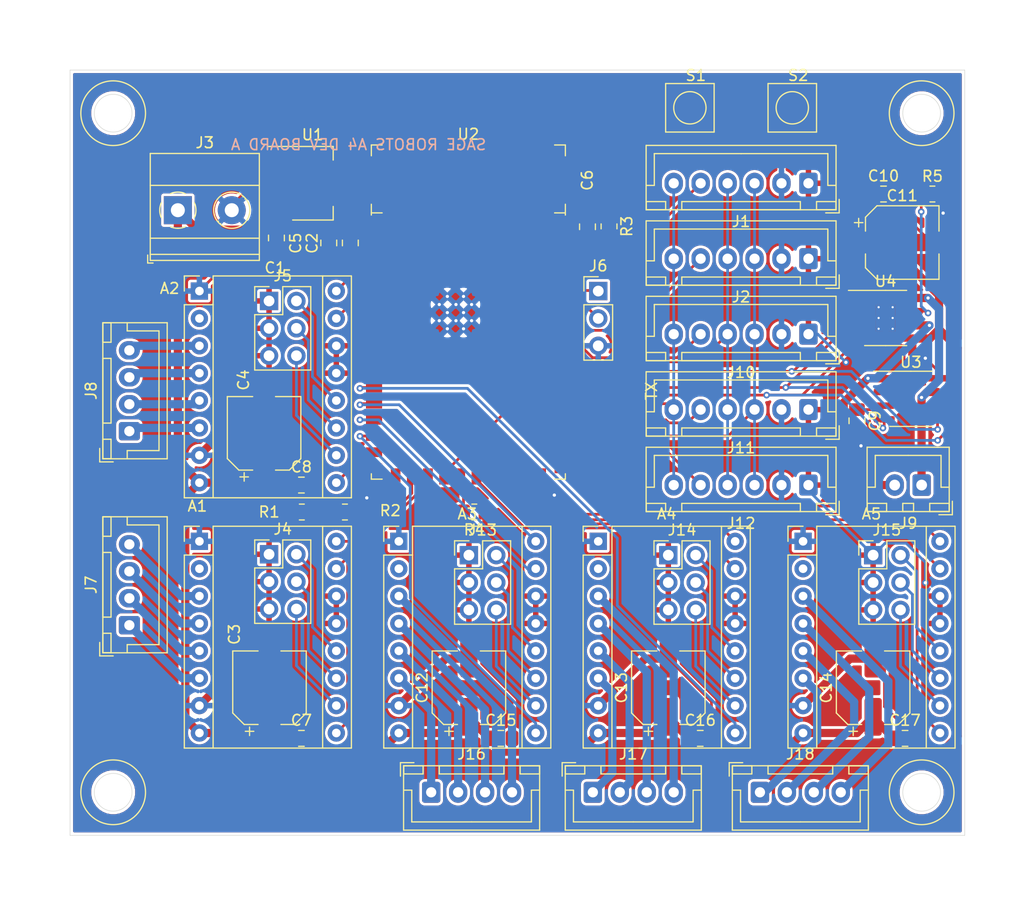
<source format=kicad_pcb>
(kicad_pcb (version 20171130) (host pcbnew "(5.1.9)-1")
  (layers (0 F.Cu signal) (31 B.Cu signal) (34 B.Paste user) (35 F.Paste user) (36 B.SilkS user) (37 F.SilkS user) (38 B.Mask user) (39 F.Mask user) (44 Edge.Cuts user))
  (net 0 "")
  (net 1 DIR0)
  (net 2 +12V)
  (net 3 STEP0)
  (net 4 GND)
  (net 5 +3V3)
  (net 6 "Net-(A1-Pad6)")
  (net 7 "Net-(A1-Pad5)")
  (net 8 "Net-(A1-Pad12)")
  (net 9 "Net-(A1-Pad4)")
  (net 10 "Net-(A1-Pad11)")
  (net 11 "Net-(A1-Pad3)")
  (net 12 "Net-(A1-Pad10)")
  (net 13 "Net-(A1-Pad2)")
  (net 14 EN0)
  (net 15 DIR1)
  (net 16 STEP1)
  (net 17 "Net-(A2-Pad6)")
  (net 18 "Net-(A2-Pad5)")
  (net 19 "Net-(A2-Pad12)")
  (net 20 "Net-(A2-Pad4)")
  (net 21 "Net-(A2-Pad11)")
  (net 22 "Net-(A2-Pad3)")
  (net 23 "Net-(A2-Pad10)")
  (net 24 "Net-(A2-Pad2)")
  (net 25 EN1)
  (net 26 EN)
  (net 27 MOSI)
  (net 28 CS0)
  (net 29 MISO)
  (net 30 CLK)
  (net 31 CS1)
  (net 32 TX)
  (net 33 RX)
  (net 34 IO0)
  (net 35 CHARGE)
  (net 36 DAC2)
  (net 37 "Net-(S1-Pad3)")
  (net 38 "Net-(S1-Pad2)")
  (net 39 "Net-(U2-Pad40)")
  (net 40 "Net-(U2-Pad10)")
  (net 41 "Net-(U2-Pad9)")
  (net 42 "Net-(U2-Pad8)")
  (net 43 "Net-(U2-Pad7)")
  (net 44 DIR2)
  (net 45 STEP2)
  (net 46 "Net-(A3-Pad6)")
  (net 47 "Net-(A3-Pad5)")
  (net 48 "Net-(A3-Pad12)")
  (net 49 "Net-(A3-Pad4)")
  (net 50 "Net-(A3-Pad11)")
  (net 51 "Net-(A3-Pad3)")
  (net 52 "Net-(A3-Pad10)")
  (net 53 "Net-(A3-Pad2)")
  (net 54 EN2)
  (net 55 DIR3)
  (net 56 STEP3)
  (net 57 "Net-(A4-Pad6)")
  (net 58 "Net-(A4-Pad5)")
  (net 59 "Net-(A4-Pad12)")
  (net 60 "Net-(A4-Pad4)")
  (net 61 "Net-(A4-Pad11)")
  (net 62 "Net-(A4-Pad3)")
  (net 63 "Net-(A4-Pad10)")
  (net 64 "Net-(A4-Pad2)")
  (net 65 EN3)
  (net 66 DIR4)
  (net 67 STEP4)
  (net 68 "Net-(A5-Pad6)")
  (net 69 "Net-(A5-Pad5)")
  (net 70 "Net-(A5-Pad12)")
  (net 71 "Net-(A5-Pad4)")
  (net 72 "Net-(A5-Pad11)")
  (net 73 "Net-(A5-Pad3)")
  (net 74 "Net-(A5-Pad10)")
  (net 75 "Net-(A5-Pad2)")
  (net 76 EN4)
  (net 77 OUT2)
  (net 78 OUT1)
  (net 79 CS2)
  (net 80 CS3)
  (net 81 CS4)
  (net 82 RS)
  (net 83 "Net-(S2-Pad2)")
  (net 84 "Net-(S2-Pad3)")
  (net 85 MOT1)
  (net 86 MOT2)
  (net 87 DAC1)
  (net 88 "Net-(U2-Pad6)")
  (module Connector_JST:JST_XH_B6B-XH-A_1x06_P2.50mm_Vertical (layer F.Cu) (at 130 62 180)
    (fp_text reference J1 (at 6.25 -3.55) (layer F.SilkS))
    (fp_text value Conn_01x06_Male)
    (pad 6 thru_hole oval (at 12.5 0 180) (size 1.7 1.95) (drill 0.95) (layers *.Cu *.Mask) (net 27 MOSI))
    (pad 5 thru_hole oval (at 10 0 180) (size 1.7 1.95) (drill 0.95) (layers *.Cu *.Mask) (net 28 CS0))
    (pad 4 thru_hole oval (at 7.5 0 180) (size 1.7 1.95) (drill 0.95) (layers *.Cu *.Mask) (net 29 MISO))
    (pad 3 thru_hole oval (at 5 0 180) (size 1.7 1.95) (drill 0.95) (layers *.Cu *.Mask) (net 30 CLK))
    (pad 2 thru_hole oval (at 2.5 0 180) (size 1.7 1.95) (drill 0.95) (layers *.Cu *.Mask) (net 4 GND))
    (pad 1 thru_hole roundrect (at 0 0 180) (size 1.7 1.95) (drill 0.95) (layers *.Cu *.Mask) (roundrect_rratio 0.1470588235294118) (net 5 +3V3))
  )
  (module Package_SO:SOIC-8-1EP_3.9x4.9mm_P1.27mm_EP2.29x3mm_ThermalVias (layer F.Cu) (at 137.16 74.5)
    (fp_text reference U4 (at 0 -3.4) (layer F.SilkS))
    (fp_text value TB67H451FNG,EL)
    (pad 9 smd rect (at 0 0) (size 1.8 2.5) (layers B.Cu) (net 4 GND))
    (pad 9 thru_hole circle (at 0.65 1) (size 0.5 0.5) (drill 0.2) (layers *.Cu) (net 4 GND))
    (pad 9 thru_hole circle (at -0.65 1) (size 0.5 0.5) (drill 0.2) (layers *.Cu) (net 4 GND))
    (pad 9 thru_hole circle (at 0.65 0) (size 0.5 0.5) (drill 0.2) (layers *.Cu) (net 4 GND))
    (pad 9 thru_hole circle (at -0.65 0) (size 0.5 0.5) (drill 0.2) (layers *.Cu) (net 4 GND))
    (pad 9 thru_hole circle (at 0.65 -1) (size 0.5 0.5) (drill 0.2) (layers *.Cu) (net 4 GND))
    (pad 9 thru_hole circle (at -0.65 -1) (size 0.5 0.5) (drill 0.2) (layers *.Cu) (net 4 GND))
    (pad 9 smd rect (at 0 0) (size 2.29 3) (layers F.Cu F.Mask) (net 4 GND))
    (pad 8 smd roundrect (at 2.475 -1.905) (size 1.95 0.6) (layers F.Cu F.Paste F.Mask) (net 77 OUT2))
    (pad 7 smd roundrect (at 2.475 -0.635) (size 1.95 0.6) (layers F.Cu F.Paste F.Mask) (net 82 RS))
    (pad 6 smd roundrect (at 2.475 0.635) (size 1.95 0.6) (layers F.Cu F.Paste F.Mask) (net 78 OUT1))
    (pad 5 smd roundrect (at 2.475 1.905) (size 1.95 0.6) (layers F.Cu F.Paste F.Mask) (net 2 +12V))
    (pad 4 smd roundrect (at -2.475 1.905) (size 1.95 0.6) (layers F.Cu F.Paste F.Mask) (net 87 DAC1))
    (pad 3 smd roundrect (at -2.475 0.635) (size 1.95 0.6) (layers F.Cu F.Paste F.Mask) (net 85 MOT1))
    (pad 2 smd roundrect (at -2.475 -0.635) (size 1.95 0.6) (layers F.Cu F.Paste F.Mask) (net 86 MOT2))
    (pad 1 smd roundrect (at -2.475 -1.905) (size 1.95 0.6) (layers F.Cu F.Paste F.Mask) (net 4 GND))
  )
  (module Package_SO:SOIC-8_3.9x4.9mm_P1.27mm (layer F.Cu) (at 139.5 82)
    (fp_text reference U3 (at 0 -3.4) (layer F.SilkS))
    (fp_text value ZXBM5210-S)
    (pad 8 smd roundrect (at 2.475 -1.905) (size 1.95 0.6) (layers F.Cu F.Paste F.Mask) (net 4 GND))
    (pad 7 smd roundrect (at 2.475 -0.635) (size 1.95 0.6) (layers F.Cu F.Paste F.Mask) (net 77 OUT2))
    (pad 6 smd roundrect (at 2.475 0.635) (size 1.95 0.6) (layers F.Cu F.Paste F.Mask) (net 87 DAC1))
    (pad 5 smd roundrect (at 2.475 1.905) (size 1.95 0.6) (layers F.Cu F.Paste F.Mask) (net 86 MOT2))
    (pad 4 smd roundrect (at -2.475 1.905) (size 1.95 0.6) (layers F.Cu F.Paste F.Mask) (net 85 MOT1))
    (pad 3 smd roundrect (at -2.475 0.635) (size 1.95 0.6) (layers F.Cu F.Paste F.Mask) (net 5 +3V3))
    (pad 2 smd roundrect (at -2.475 -0.635) (size 1.95 0.6) (layers F.Cu F.Paste F.Mask) (net 2 +12V))
    (pad 1 smd roundrect (at -2.475 -1.905) (size 1.95 0.6) (layers F.Cu F.Paste F.Mask) (net 78 OUT1))
  )
  (module A4:TL3305AF160QG (layer F.Cu) (at 128.5 55)
    (fp_text reference S2 (at 0.55 -3) (layer F.SilkS))
    (fp_text value TL3315NF160Q)
    (pad 1 smd rect (at -3.6 1.5) (size 1.6 1.4) (layers F.Cu F.Paste F.Mask) (net 34 IO0))
    (pad 2 smd rect (at 3.6 1.5) (size 1.6 1.4) (layers F.Cu F.Paste F.Mask) (net 83 "Net-(S2-Pad2)"))
    (pad 4 smd rect (at 3.6 -1.5) (size 1.6 1.4) (layers F.Cu F.Paste F.Mask) (net 4 GND))
    (pad 3 smd rect (at -3.6 -1.5) (size 1.6 1.4) (layers F.Cu F.Paste F.Mask) (net 84 "Net-(S2-Pad3)"))
  )
  (module A4:TL3305AF160QG (layer F.Cu) (at 119 55)
    (fp_text reference S1 (at 0.55 -3) (layer F.SilkS))
    (fp_text value TL3315NF160Q)
    (pad 1 smd rect (at -3.6 1.5) (size 1.6 1.4) (layers F.Cu F.Paste F.Mask) (net 26 EN))
    (pad 2 smd rect (at 3.6 1.5) (size 1.6 1.4) (layers F.Cu F.Paste F.Mask) (net 38 "Net-(S1-Pad2)"))
    (pad 4 smd rect (at 3.6 -1.5) (size 1.6 1.4) (layers F.Cu F.Paste F.Mask) (net 4 GND))
    (pad 3 smd rect (at -3.6 -1.5) (size 1.6 1.4) (layers F.Cu F.Paste F.Mask) (net 37 "Net-(S1-Pad3)"))
  )
  (module Resistor_SMD:R_0805_2012Metric_Pad1.20x1.40mm_HandSolder (layer F.Cu) (at 141.5 63)
    (fp_text reference R5 (at 0 -1.65) (layer F.SilkS))
    (fp_text value 0.1)
    (pad 2 smd roundrect (at 1 0) (size 1.2 1.4) (layers F.Cu F.Paste F.Mask) (roundrect_rratio 0.208333) (net 4 GND))
    (pad 1 smd roundrect (at -1 0) (size 1.2 1.4) (layers F.Cu F.Paste F.Mask) (roundrect_rratio 0.208333) (net 82 RS))
  )
  (module Connector_JST:JST_XH_B4B-XH-A_1x04_P2.50mm_Vertical (layer F.Cu) (at 125.5 118.5)
    (fp_text reference J18 (at 3.75 -3.55) (layer F.SilkS))
    (fp_text value Conn_01x04_Male)
    (pad 4 thru_hole oval (at 7.5 0) (size 1.7 1.95) (drill 0.95) (layers *.Cu *.Mask) (net 73 "Net-(A5-Pad3)"))
    (pad 3 thru_hole oval (at 5 0) (size 1.7 1.95) (drill 0.95) (layers *.Cu *.Mask) (net 71 "Net-(A5-Pad4)"))
    (pad 2 thru_hole oval (at 2.5 0) (size 1.7 1.95) (drill 0.95) (layers *.Cu *.Mask) (net 69 "Net-(A5-Pad5)"))
    (pad 1 thru_hole roundrect (at 0 0) (size 1.7 1.95) (drill 0.95) (layers *.Cu *.Mask) (roundrect_rratio 0.147059) (net 68 "Net-(A5-Pad6)"))
  )
  (module Connector_JST:JST_XH_B4B-XH-A_1x04_P2.50mm_Vertical (layer F.Cu) (at 110 118.5)
    (fp_text reference J17 (at 3.75 -3.55) (layer F.SilkS))
    (fp_text value Conn_01x04_Male)
    (pad 4 thru_hole oval (at 7.5 0) (size 1.7 1.95) (drill 0.95) (layers *.Cu *.Mask) (net 62 "Net-(A4-Pad3)"))
    (pad 3 thru_hole oval (at 5 0) (size 1.7 1.95) (drill 0.95) (layers *.Cu *.Mask) (net 60 "Net-(A4-Pad4)"))
    (pad 2 thru_hole oval (at 2.5 0) (size 1.7 1.95) (drill 0.95) (layers *.Cu *.Mask) (net 58 "Net-(A4-Pad5)"))
    (pad 1 thru_hole roundrect (at 0 0) (size 1.7 1.95) (drill 0.95) (layers *.Cu *.Mask) (roundrect_rratio 0.147059) (net 57 "Net-(A4-Pad6)"))
  )
  (module Connector_JST:JST_XH_B4B-XH-A_1x04_P2.50mm_Vertical (layer F.Cu) (at 95 118.5)
    (fp_text reference J16 (at 3.75 -3.55) (layer F.SilkS))
    (fp_text value Conn_01x04_Male)
    (pad 4 thru_hole oval (at 7.5 0) (size 1.7 1.95) (drill 0.95) (layers *.Cu *.Mask) (net 51 "Net-(A3-Pad3)"))
    (pad 3 thru_hole oval (at 5 0) (size 1.7 1.95) (drill 0.95) (layers *.Cu *.Mask) (net 49 "Net-(A3-Pad4)"))
    (pad 2 thru_hole oval (at 2.5 0) (size 1.7 1.95) (drill 0.95) (layers *.Cu *.Mask) (net 47 "Net-(A3-Pad5)"))
    (pad 1 thru_hole roundrect (at 0 0) (size 1.7 1.95) (drill 0.95) (layers *.Cu *.Mask) (roundrect_rratio 0.147059) (net 46 "Net-(A3-Pad6)"))
  )
  (module Connector_PinHeader_2.54mm:PinHeader_2x03_P2.54mm_Vertical (layer F.Cu) (at 136 96.5)
    (fp_text reference J15 (at 1.27 -2.33) (layer F.SilkS))
    (fp_text value Conn_02x03_Odd_Even)
    (pad 6 thru_hole oval (at 2.54 5.08) (size 1.7 1.7) (drill 1) (layers *.Cu *.Mask) (net 74 "Net-(A5-Pad10)"))
    (pad 5 thru_hole oval (at 0 5.08) (size 1.7 1.7) (drill 1) (layers *.Cu *.Mask) (net 5 +3V3))
    (pad 4 thru_hole oval (at 2.54 2.54) (size 1.7 1.7) (drill 1) (layers *.Cu *.Mask) (net 72 "Net-(A5-Pad11)"))
    (pad 3 thru_hole oval (at 0 2.54) (size 1.7 1.7) (drill 1) (layers *.Cu *.Mask) (net 5 +3V3))
    (pad 2 thru_hole oval (at 2.54 0) (size 1.7 1.7) (drill 1) (layers *.Cu *.Mask) (net 70 "Net-(A5-Pad12)"))
    (pad 1 thru_hole rect (at 0 0) (size 1.7 1.7) (drill 1) (layers *.Cu *.Mask) (net 5 +3V3))
  )
  (module Connector_PinHeader_2.54mm:PinHeader_2x03_P2.54mm_Vertical (layer F.Cu) (at 117 96.5)
    (fp_text reference J14 (at 1.27 -2.33) (layer F.SilkS))
    (fp_text value Conn_02x03_Odd_Even)
    (pad 6 thru_hole oval (at 2.54 5.08) (size 1.7 1.7) (drill 1) (layers *.Cu *.Mask) (net 63 "Net-(A4-Pad10)"))
    (pad 5 thru_hole oval (at 0 5.08) (size 1.7 1.7) (drill 1) (layers *.Cu *.Mask) (net 5 +3V3))
    (pad 4 thru_hole oval (at 2.54 2.54) (size 1.7 1.7) (drill 1) (layers *.Cu *.Mask) (net 61 "Net-(A4-Pad11)"))
    (pad 3 thru_hole oval (at 0 2.54) (size 1.7 1.7) (drill 1) (layers *.Cu *.Mask) (net 5 +3V3))
    (pad 2 thru_hole oval (at 2.54 0) (size 1.7 1.7) (drill 1) (layers *.Cu *.Mask) (net 59 "Net-(A4-Pad12)"))
    (pad 1 thru_hole rect (at 0 0) (size 1.7 1.7) (drill 1) (layers *.Cu *.Mask) (net 5 +3V3))
  )
  (module Connector_PinHeader_2.54mm:PinHeader_2x03_P2.54mm_Vertical (layer F.Cu) (at 98.5 96.5)
    (fp_text reference J13 (at 1.27 -2.33) (layer F.SilkS))
    (fp_text value Conn_02x03_Odd_Even)
    (pad 6 thru_hole oval (at 2.54 5.08) (size 1.7 1.7) (drill 1) (layers *.Cu *.Mask) (net 52 "Net-(A3-Pad10)"))
    (pad 5 thru_hole oval (at 0 5.08) (size 1.7 1.7) (drill 1) (layers *.Cu *.Mask) (net 5 +3V3))
    (pad 4 thru_hole oval (at 2.54 2.54) (size 1.7 1.7) (drill 1) (layers *.Cu *.Mask) (net 50 "Net-(A3-Pad11)"))
    (pad 3 thru_hole oval (at 0 2.54) (size 1.7 1.7) (drill 1) (layers *.Cu *.Mask) (net 5 +3V3))
    (pad 2 thru_hole oval (at 2.54 0) (size 1.7 1.7) (drill 1) (layers *.Cu *.Mask) (net 48 "Net-(A3-Pad12)"))
    (pad 1 thru_hole rect (at 0 0) (size 1.7 1.7) (drill 1) (layers *.Cu *.Mask) (net 5 +3V3))
  )
  (module Connector_JST:JST_XH_B6B-XH-A_1x06_P2.50mm_Vertical (layer F.Cu) (at 130 90 180)
    (fp_text reference J12 (at 6.25 -3.55) (layer F.SilkS))
    (fp_text value Conn_01x06_Male)
    (pad 6 thru_hole oval (at 12.5 0 180) (size 1.7 1.95) (drill 0.95) (layers *.Cu *.Mask) (net 27 MOSI))
    (pad 5 thru_hole oval (at 10 0 180) (size 1.7 1.95) (drill 0.95) (layers *.Cu *.Mask) (net 81 CS4))
    (pad 4 thru_hole oval (at 7.5 0 180) (size 1.7 1.95) (drill 0.95) (layers *.Cu *.Mask) (net 29 MISO))
    (pad 3 thru_hole oval (at 5 0 180) (size 1.7 1.95) (drill 0.95) (layers *.Cu *.Mask) (net 30 CLK))
    (pad 2 thru_hole oval (at 2.5 0 180) (size 1.7 1.95) (drill 0.95) (layers *.Cu *.Mask) (net 4 GND))
    (pad 1 thru_hole roundrect (at 0 0 180) (size 1.7 1.95) (drill 0.95) (layers *.Cu *.Mask) (roundrect_rratio 0.147059) (net 5 +3V3))
  )
  (module Connector_JST:JST_XH_B6B-XH-A_1x06_P2.50mm_Vertical (layer F.Cu) (at 130 83 180)
    (fp_text reference J11 (at 6.25 -3.55) (layer F.SilkS))
    (fp_text value Conn_01x06_Male)
    (pad 6 thru_hole oval (at 12.5 0 180) (size 1.7 1.95) (drill 0.95) (layers *.Cu *.Mask) (net 27 MOSI))
    (pad 5 thru_hole oval (at 10 0 180) (size 1.7 1.95) (drill 0.95) (layers *.Cu *.Mask) (net 80 CS3))
    (pad 4 thru_hole oval (at 7.5 0 180) (size 1.7 1.95) (drill 0.95) (layers *.Cu *.Mask) (net 29 MISO))
    (pad 3 thru_hole oval (at 5 0 180) (size 1.7 1.95) (drill 0.95) (layers *.Cu *.Mask) (net 30 CLK))
    (pad 2 thru_hole oval (at 2.5 0 180) (size 1.7 1.95) (drill 0.95) (layers *.Cu *.Mask) (net 4 GND))
    (pad 1 thru_hole roundrect (at 0 0 180) (size 1.7 1.95) (drill 0.95) (layers *.Cu *.Mask) (roundrect_rratio 0.147059) (net 5 +3V3))
  )
  (module Connector_JST:JST_XH_B6B-XH-A_1x06_P2.50mm_Vertical (layer F.Cu) (at 130 76 180)
    (fp_text reference J10 (at 6.25 -3.55) (layer F.SilkS))
    (fp_text value Conn_01x06_Male)
    (pad 6 thru_hole oval (at 12.5 0 180) (size 1.7 1.95) (drill 0.95) (layers *.Cu *.Mask) (net 27 MOSI))
    (pad 5 thru_hole oval (at 10 0 180) (size 1.7 1.95) (drill 0.95) (layers *.Cu *.Mask) (net 79 CS2))
    (pad 4 thru_hole oval (at 7.5 0 180) (size 1.7 1.95) (drill 0.95) (layers *.Cu *.Mask) (net 29 MISO))
    (pad 3 thru_hole oval (at 5 0 180) (size 1.7 1.95) (drill 0.95) (layers *.Cu *.Mask) (net 30 CLK))
    (pad 2 thru_hole oval (at 2.5 0 180) (size 1.7 1.95) (drill 0.95) (layers *.Cu *.Mask) (net 4 GND))
    (pad 1 thru_hole roundrect (at 0 0 180) (size 1.7 1.95) (drill 0.95) (layers *.Cu *.Mask) (roundrect_rratio 0.147059) (net 5 +3V3))
  )
  (module Connector_JST:JST_XH_B2B-XH-A_1x02_P2.50mm_Vertical (layer F.Cu) (at 140.5 90 180)
    (fp_text reference J9 (at 1.25 -3.55) (layer F.SilkS))
    (fp_text value Conn_01x02_Male)
    (pad 2 thru_hole oval (at 2.5 0 180) (size 1.7 2) (drill 1) (layers *.Cu *.Mask) (net 78 OUT1))
    (pad 1 thru_hole roundrect (at 0 0 180) (size 1.7 2) (drill 1) (layers *.Cu *.Mask) (roundrect_rratio 0.147059) (net 77 OUT2))
  )
  (module Connector_PinHeader_2.54mm:PinHeader_1x03_P2.54mm_Vertical (layer F.Cu) (at 110.5 72)
    (fp_text reference J6 (at 0 -2.33) (layer F.SilkS))
    (fp_text value Conn_01x03_Male)
    (pad 3 thru_hole oval (at 0 5.08) (size 1.7 1.7) (drill 1) (layers *.Cu *.Mask) (net 4 GND))
    (pad 2 thru_hole oval (at 0 2.54) (size 1.7 1.7) (drill 1) (layers *.Cu *.Mask) (net 33 RX))
    (pad 1 thru_hole rect (at 0 0) (size 1.7 1.7) (drill 1) (layers *.Cu *.Mask) (net 32 TX))
  )
  (module Capacitor_SMD:C_0805_2012Metric_Pad1.18x1.45mm_HandSolder (layer F.Cu) (at 138.9625 113.5)
    (fp_text reference C17 (at 0 -1.68) (layer F.SilkS))
    (fp_text value 0.1u)
    (pad 2 smd roundrect (at 1.0375 0) (size 1.175 1.45) (layers F.Cu F.Paste F.Mask) (roundrect_rratio 0.212766) (net 4 GND))
    (pad 1 smd roundrect (at -1.0375 0) (size 1.175 1.45) (layers F.Cu F.Paste F.Mask) (roundrect_rratio 0.212766) (net 2 +12V))
  )
  (module Capacitor_SMD:C_0805_2012Metric_Pad1.18x1.45mm_HandSolder (layer F.Cu) (at 119.9625 113.5)
    (fp_text reference C16 (at 0 -1.68) (layer F.SilkS))
    (fp_text value 0.1u)
    (pad 2 smd roundrect (at 1.0375 0) (size 1.175 1.45) (layers F.Cu F.Paste F.Mask) (roundrect_rratio 0.212766) (net 4 GND))
    (pad 1 smd roundrect (at -1.0375 0) (size 1.175 1.45) (layers F.Cu F.Paste F.Mask) (roundrect_rratio 0.212766) (net 2 +12V))
  )
  (module Capacitor_SMD:C_0805_2012Metric_Pad1.18x1.45mm_HandSolder (layer F.Cu) (at 101.4625 113.5)
    (fp_text reference C15 (at 0 -1.68) (layer F.SilkS))
    (fp_text value 0.1u)
    (pad 2 smd roundrect (at 1.0375 0) (size 1.175 1.45) (layers F.Cu F.Paste F.Mask) (roundrect_rratio 0.212766) (net 4 GND))
    (pad 1 smd roundrect (at -1.0375 0) (size 1.175 1.45) (layers F.Cu F.Paste F.Mask) (roundrect_rratio 0.212766) (net 2 +12V))
  )
  (module Capacitor_SMD:CP_Elec_6.3x7.7 (layer F.Cu) (at 136 108.8 90)
    (fp_text reference C14 (at 0 -4.35 90) (layer F.SilkS))
    (fp_text value 100u)
    (pad 2 smd roundrect (at 2.7 0 90) (size 3.5 1.6) (layers F.Cu F.Paste F.Mask) (roundrect_rratio 0.15625) (net 4 GND))
    (pad 1 smd roundrect (at -2.7 0 90) (size 3.5 1.6) (layers F.Cu F.Paste F.Mask) (roundrect_rratio 0.15625) (net 2 +12V))
  )
  (module Capacitor_SMD:CP_Elec_6.3x7.7 (layer F.Cu) (at 117 108.8 90)
    (fp_text reference C13 (at 0 -4.35 90) (layer F.SilkS))
    (fp_text value 100u)
    (pad 2 smd roundrect (at 2.7 0 90) (size 3.5 1.6) (layers F.Cu F.Paste F.Mask) (roundrect_rratio 0.15625) (net 4 GND))
    (pad 1 smd roundrect (at -2.7 0 90) (size 3.5 1.6) (layers F.Cu F.Paste F.Mask) (roundrect_rratio 0.15625) (net 2 +12V))
  )
  (module Capacitor_SMD:CP_Elec_6.3x7.7 (layer F.Cu) (at 98.5 108.8 90)
    (fp_text reference C12 (at 0 -4.35 90) (layer F.SilkS))
    (fp_text value 100u)
    (pad 2 smd roundrect (at 2.7 0 90) (size 3.5 1.6) (layers F.Cu F.Paste F.Mask) (roundrect_rratio 0.15625) (net 4 GND))
    (pad 1 smd roundrect (at -2.7 0 90) (size 3.5 1.6) (layers F.Cu F.Paste F.Mask) (roundrect_rratio 0.15625) (net 2 +12V))
  )
  (module Capacitor_SMD:CP_Elec_6.3x7.7 (layer F.Cu) (at 138.7 67.5)
    (fp_text reference C11 (at 0 -4.35) (layer F.SilkS))
    (fp_text value 100U)
    (pad 2 smd roundrect (at 2.7 0) (size 3.5 1.6) (layers F.Cu F.Paste F.Mask) (roundrect_rratio 0.15625) (net 4 GND))
    (pad 1 smd roundrect (at -2.7 0) (size 3.5 1.6) (layers F.Cu F.Paste F.Mask) (roundrect_rratio 0.15625) (net 2 +12V))
  )
  (module Capacitor_SMD:C_0805_2012Metric_Pad1.18x1.45mm_HandSolder (layer F.Cu) (at 136.9625 63)
    (fp_text reference C10 (at 0 -1.68) (layer F.SilkS))
    (fp_text value 0.1U)
    (pad 2 smd roundrect (at 1.0375 0) (size 1.175 1.45) (layers F.Cu F.Paste F.Mask) (roundrect_rratio 0.212766) (net 4 GND))
    (pad 1 smd roundrect (at -1.0375 0) (size 1.175 1.45) (layers F.Cu F.Paste F.Mask) (roundrect_rratio 0.212766) (net 2 +12V))
  )
  (module Capacitor_SMD:C_0805_2012Metric_Pad1.18x1.45mm_HandSolder (layer F.Cu) (at 134.5 84.0375 270)
    (fp_text reference C9 (at 0 -1.68 90) (layer F.SilkS))
    (fp_text value 1U)
    (pad 2 smd roundrect (at 1.0375 0 270) (size 1.175 1.45) (layers F.Cu F.Paste F.Mask) (roundrect_rratio 0.212766) (net 4 GND))
    (pad 1 smd roundrect (at -1.0375 0 270) (size 1.175 1.45) (layers F.Cu F.Paste F.Mask) (roundrect_rratio 0.212766) (net 5 +3V3))
  )
  (module Capacitor_SMD:C_0805_2012Metric_Pad1.18x1.45mm_HandSolder (layer F.Cu) (at 82.9625 90)
    (fp_text reference C8 (at 0 -1.68) (layer F.SilkS))
    (fp_text value 0.1u)
    (pad 2 smd roundrect (at 1.0375 0) (size 1.175 1.45) (layers F.Cu F.Paste F.Mask) (roundrect_rratio 0.212766) (net 4 GND))
    (pad 1 smd roundrect (at -1.0375 0) (size 1.175 1.45) (layers F.Cu F.Paste F.Mask) (roundrect_rratio 0.212766) (net 2 +12V))
  )
  (module Capacitor_SMD:C_0805_2012Metric_Pad1.18x1.45mm_HandSolder (layer F.Cu) (at 82.9625 113.5)
    (fp_text reference C7 (at 0 -1.68) (layer F.SilkS))
    (fp_text value 0.1u)
    (pad 2 smd roundrect (at 1.0375 0) (size 1.175 1.45) (layers F.Cu F.Paste F.Mask) (roundrect_rratio 0.212766) (net 4 GND))
    (pad 1 smd roundrect (at -1.0375 0) (size 1.175 1.45) (layers F.Cu F.Paste F.Mask) (roundrect_rratio 0.212766) (net 2 +12V))
  )
  (module Module:Pololu_Breakout-16_15.2x20.3mm (layer F.Cu) (at 129.5 95.22)
    (fp_text reference A5 (at 6.35 -2.54) (layer F.SilkS))
    (fp_text value Pololu_Breakout_DRV8825)
    (pad 16 thru_hole oval (at 12.7 0) (size 1.6 1.6) (drill 0.8) (layers *.Cu *.Mask) (net 66 DIR4))
    (pad 8 thru_hole oval (at 0 17.78) (size 1.6 1.6) (drill 0.8) (layers *.Cu *.Mask) (net 2 +12V))
    (pad 15 thru_hole oval (at 12.7 2.54) (size 1.6 1.6) (drill 0.8) (layers *.Cu *.Mask) (net 67 STEP4))
    (pad 7 thru_hole oval (at 0 15.24) (size 1.6 1.6) (drill 0.8) (layers *.Cu *.Mask) (net 4 GND))
    (pad 14 thru_hole oval (at 12.7 5.08) (size 1.6 1.6) (drill 0.8) (layers *.Cu *.Mask) (net 5 +3V3))
    (pad 6 thru_hole oval (at 0 12.7) (size 1.6 1.6) (drill 0.8) (layers *.Cu *.Mask) (net 68 "Net-(A5-Pad6)"))
    (pad 13 thru_hole oval (at 12.7 7.62) (size 1.6 1.6) (drill 0.8) (layers *.Cu *.Mask) (net 5 +3V3))
    (pad 5 thru_hole oval (at 0 10.16) (size 1.6 1.6) (drill 0.8) (layers *.Cu *.Mask) (net 69 "Net-(A5-Pad5)"))
    (pad 12 thru_hole oval (at 12.7 10.16) (size 1.6 1.6) (drill 0.8) (layers *.Cu *.Mask) (net 70 "Net-(A5-Pad12)"))
    (pad 4 thru_hole oval (at 0 7.62) (size 1.6 1.6) (drill 0.8) (layers *.Cu *.Mask) (net 71 "Net-(A5-Pad4)"))
    (pad 11 thru_hole oval (at 12.7 12.7) (size 1.6 1.6) (drill 0.8) (layers *.Cu *.Mask) (net 72 "Net-(A5-Pad11)"))
    (pad 3 thru_hole oval (at 0 5.08) (size 1.6 1.6) (drill 0.8) (layers *.Cu *.Mask) (net 73 "Net-(A5-Pad3)"))
    (pad 10 thru_hole oval (at 12.7 15.24) (size 1.6 1.6) (drill 0.8) (layers *.Cu *.Mask) (net 74 "Net-(A5-Pad10)"))
    (pad 2 thru_hole oval (at 0 2.54) (size 1.6 1.6) (drill 0.8) (layers *.Cu *.Mask) (net 75 "Net-(A5-Pad2)"))
    (pad 9 thru_hole oval (at 12.7 17.78) (size 1.6 1.6) (drill 0.8) (layers *.Cu *.Mask) (net 76 EN4))
    (pad 1 thru_hole rect (at 0 0) (size 1.6 1.6) (drill 0.8) (layers *.Cu *.Mask) (net 4 GND))
  )
  (module Module:Pololu_Breakout-16_15.2x20.3mm (layer F.Cu) (at 110.5 95.22)
    (fp_text reference A4 (at 6.35 -2.54) (layer F.SilkS))
    (fp_text value Pololu_Breakout_DRV8825)
    (pad 16 thru_hole oval (at 12.7 0) (size 1.6 1.6) (drill 0.8) (layers *.Cu *.Mask) (net 55 DIR3))
    (pad 8 thru_hole oval (at 0 17.78) (size 1.6 1.6) (drill 0.8) (layers *.Cu *.Mask) (net 2 +12V))
    (pad 15 thru_hole oval (at 12.7 2.54) (size 1.6 1.6) (drill 0.8) (layers *.Cu *.Mask) (net 56 STEP3))
    (pad 7 thru_hole oval (at 0 15.24) (size 1.6 1.6) (drill 0.8) (layers *.Cu *.Mask) (net 4 GND))
    (pad 14 thru_hole oval (at 12.7 5.08) (size 1.6 1.6) (drill 0.8) (layers *.Cu *.Mask) (net 5 +3V3))
    (pad 6 thru_hole oval (at 0 12.7) (size 1.6 1.6) (drill 0.8) (layers *.Cu *.Mask) (net 57 "Net-(A4-Pad6)"))
    (pad 13 thru_hole oval (at 12.7 7.62) (size 1.6 1.6) (drill 0.8) (layers *.Cu *.Mask) (net 5 +3V3))
    (pad 5 thru_hole oval (at 0 10.16) (size 1.6 1.6) (drill 0.8) (layers *.Cu *.Mask) (net 58 "Net-(A4-Pad5)"))
    (pad 12 thru_hole oval (at 12.7 10.16) (size 1.6 1.6) (drill 0.8) (layers *.Cu *.Mask) (net 59 "Net-(A4-Pad12)"))
    (pad 4 thru_hole oval (at 0 7.62) (size 1.6 1.6) (drill 0.8) (layers *.Cu *.Mask) (net 60 "Net-(A4-Pad4)"))
    (pad 11 thru_hole oval (at 12.7 12.7) (size 1.6 1.6) (drill 0.8) (layers *.Cu *.Mask) (net 61 "Net-(A4-Pad11)"))
    (pad 3 thru_hole oval (at 0 5.08) (size 1.6 1.6) (drill 0.8) (layers *.Cu *.Mask) (net 62 "Net-(A4-Pad3)"))
    (pad 10 thru_hole oval (at 12.7 15.24) (size 1.6 1.6) (drill 0.8) (layers *.Cu *.Mask) (net 63 "Net-(A4-Pad10)"))
    (pad 2 thru_hole oval (at 0 2.54) (size 1.6 1.6) (drill 0.8) (layers *.Cu *.Mask) (net 64 "Net-(A4-Pad2)"))
    (pad 9 thru_hole oval (at 12.7 17.78) (size 1.6 1.6) (drill 0.8) (layers *.Cu *.Mask) (net 65 EN3))
    (pad 1 thru_hole rect (at 0 0) (size 1.6 1.6) (drill 0.8) (layers *.Cu *.Mask) (net 4 GND))
  )
  (module Module:Pololu_Breakout-16_15.2x20.3mm (layer F.Cu) (at 92 95.22)
    (fp_text reference A3 (at 6.35 -2.54) (layer F.SilkS))
    (fp_text value Pololu_Breakout_DRV8825)
    (pad 16 thru_hole oval (at 12.7 0) (size 1.6 1.6) (drill 0.8) (layers *.Cu *.Mask) (net 44 DIR2))
    (pad 8 thru_hole oval (at 0 17.78) (size 1.6 1.6) (drill 0.8) (layers *.Cu *.Mask) (net 2 +12V))
    (pad 15 thru_hole oval (at 12.7 2.54) (size 1.6 1.6) (drill 0.8) (layers *.Cu *.Mask) (net 45 STEP2))
    (pad 7 thru_hole oval (at 0 15.24) (size 1.6 1.6) (drill 0.8) (layers *.Cu *.Mask) (net 4 GND))
    (pad 14 thru_hole oval (at 12.7 5.08) (size 1.6 1.6) (drill 0.8) (layers *.Cu *.Mask) (net 5 +3V3))
    (pad 6 thru_hole oval (at 0 12.7) (size 1.6 1.6) (drill 0.8) (layers *.Cu *.Mask) (net 46 "Net-(A3-Pad6)"))
    (pad 13 thru_hole oval (at 12.7 7.62) (size 1.6 1.6) (drill 0.8) (layers *.Cu *.Mask) (net 5 +3V3))
    (pad 5 thru_hole oval (at 0 10.16) (size 1.6 1.6) (drill 0.8) (layers *.Cu *.Mask) (net 47 "Net-(A3-Pad5)"))
    (pad 12 thru_hole oval (at 12.7 10.16) (size 1.6 1.6) (drill 0.8) (layers *.Cu *.Mask) (net 48 "Net-(A3-Pad12)"))
    (pad 4 thru_hole oval (at 0 7.62) (size 1.6 1.6) (drill 0.8) (layers *.Cu *.Mask) (net 49 "Net-(A3-Pad4)"))
    (pad 11 thru_hole oval (at 12.7 12.7) (size 1.6 1.6) (drill 0.8) (layers *.Cu *.Mask) (net 50 "Net-(A3-Pad11)"))
    (pad 3 thru_hole oval (at 0 5.08) (size 1.6 1.6) (drill 0.8) (layers *.Cu *.Mask) (net 51 "Net-(A3-Pad3)"))
    (pad 10 thru_hole oval (at 12.7 15.24) (size 1.6 1.6) (drill 0.8) (layers *.Cu *.Mask) (net 52 "Net-(A3-Pad10)"))
    (pad 2 thru_hole oval (at 0 2.54) (size 1.6 1.6) (drill 0.8) (layers *.Cu *.Mask) (net 53 "Net-(A3-Pad2)"))
    (pad 9 thru_hole oval (at 12.7 17.78) (size 1.6 1.6) (drill 0.8) (layers *.Cu *.Mask) (net 54 EN2))
    (pad 1 thru_hole rect (at 0 0) (size 1.6 1.6) (drill 0.8) (layers *.Cu *.Mask) (net 4 GND))
  )
  (module Connector_JST:JST_XH_B6B-XH-A_1x06_P2.50mm_Vertical (layer F.Cu) (at 130 69 180)
    (fp_text reference J2 (at 6.25 -3.55) (layer F.SilkS))
    (fp_text value Conn_01x06_Male)
    (pad 6 thru_hole oval (at 12.5 0 180) (size 1.7 1.95) (drill 0.95) (layers *.Cu *.Mask) (net 27 MOSI))
    (pad 5 thru_hole oval (at 10 0 180) (size 1.7 1.95) (drill 0.95) (layers *.Cu *.Mask) (net 31 CS1))
    (pad 4 thru_hole oval (at 7.5 0 180) (size 1.7 1.95) (drill 0.95) (layers *.Cu *.Mask) (net 29 MISO))
    (pad 3 thru_hole oval (at 5 0 180) (size 1.7 1.95) (drill 0.95) (layers *.Cu *.Mask) (net 30 CLK))
    (pad 2 thru_hole oval (at 2.5 0 180) (size 1.7 1.95) (drill 0.95) (layers *.Cu *.Mask) (net 4 GND))
    (pad 1 thru_hole roundrect (at 0 0 180) (size 1.7 1.95) (drill 0.95) (layers *.Cu *.Mask) (roundrect_rratio 0.1470588235294118) (net 5 +3V3))
  )
  (module A4:ESP32-S2-WROOM (layer F.Cu) (at 98.45 73.95)
    (fp_text reference U2 (at 0 -16.5) (layer F.SilkS))
    (fp_text value ESP32-S2-WROOM)
    (pad 43 thru_hole circle (at -0.45 1.55) (size 0.6 0.6) (drill 0.3) (layers *.Cu *.Mask) (net 4 GND))
    (pad 43 thru_hole circle (at 0.3 0.8) (size 0.6 0.6) (drill 0.3) (layers *.Cu *.Mask) (net 4 GND))
    (pad 43 thru_hole circle (at 0.3 -0.7) (size 0.6 0.6) (drill 0.3) (layers *.Cu *.Mask) (net 4 GND))
    (pad 43 thru_hole circle (at -2.7 -0.7) (size 0.6 0.6) (drill 0.3) (layers *.Cu *.Mask) (net 4 GND))
    (pad 43 thru_hole circle (at -2.7 0.8) (size 0.6 0.6) (drill 0.3) (layers *.Cu *.Mask) (net 4 GND))
    (pad 43 thru_hole circle (at -1.95 1.55) (size 0.6 0.6) (drill 0.3) (layers *.Cu *.Mask) (net 4 GND))
    (pad 43 thru_hole circle (at -1.15 0.8) (size 0.6 0.6) (drill 0.3) (layers *.Cu *.Mask) (net 4 GND))
    (pad 43 thru_hole circle (at -1.95 0.05) (size 0.6 0.6) (drill 0.3) (layers *.Cu *.Mask) (net 4 GND))
    (pad 43 thru_hole circle (at -1.15 -0.7) (size 0.6 0.6) (drill 0.3) (layers *.Cu *.Mask) (net 4 GND))
    (pad 43 thru_hole circle (at -0.45 0.05) (size 0.6 0.6) (drill 0.3) (layers *.Cu *.Mask) (net 4 GND))
    (pad 43 thru_hole circle (at -0.45 -1.45) (size 0.6 0.6) (drill 0.3) (layers *.Cu *.Mask) (net 4 GND))
    (pad 43 thru_hole circle (at -1.95 -1.45) (size 0.6 0.6) (drill 0.3) (layers *.Cu *.Mask) (net 4 GND))
    (pad 43 smd rect (at 0.31 1.55) (size 1.1 1.1) (layers F.Cu F.Paste F.Mask) (net 4 GND))
    (pad 43 smd rect (at -1.19 1.55) (size 1.1 1.1) (layers F.Cu F.Paste F.Mask) (net 4 GND))
    (pad 43 smd rect (at -2.69 1.55) (size 1.1 1.1) (layers F.Cu F.Paste F.Mask) (net 4 GND))
    (pad 43 smd rect (at -2.69 0.05) (size 1.1 1.1) (layers F.Cu F.Paste F.Mask) (net 4 GND))
    (pad 43 smd rect (at -2.69 -1.45) (size 1.1 1.1) (layers F.Cu F.Paste F.Mask) (net 4 GND))
    (pad 43 smd rect (at -1.19 -1.45) (size 1.1 1.1) (layers F.Cu F.Paste F.Mask) (net 4 GND))
    (pad 43 smd rect (at 0.31 -1.45) (size 1.1 1.1) (layers F.Cu F.Paste F.Mask) (net 4 GND))
    (pad 43 smd rect (at 0.31 0.05) (size 1.1 1.1) (layers F.Cu F.Paste F.Mask) (net 4 GND))
    (pad 43 smd rect (at -1.19 0.05) (size 1.1 1.1) (layers F.Cu F.Paste F.Mask) (net 4 GND))
    (pad 42 smd rect (at 8.75 -8 180) (size 1.5 0.9) (layers F.Cu F.Paste F.Mask) (net 4 GND))
    (pad 41 smd rect (at 8.75 -6.5 180) (size 1.5 0.9) (layers F.Cu F.Paste F.Mask) (net 26 EN))
    (pad 40 smd rect (at 8.75 -5 180) (size 1.5 0.9) (layers F.Cu F.Paste F.Mask) (net 39 "Net-(U2-Pad40)"))
    (pad 39 smd rect (at 8.75 -3.5 180) (size 1.5 0.9) (layers F.Cu F.Paste F.Mask) (net 28 CS0))
    (pad 38 smd rect (at 8.75 -2 180) (size 1.5 0.9) (layers F.Cu F.Paste F.Mask) (net 32 TX))
    (pad 37 smd rect (at 8.75 -0.5 180) (size 1.5 0.9) (layers F.Cu F.Paste F.Mask) (net 33 RX))
    (pad 36 smd rect (at 8.75 1 180) (size 1.5 0.9) (layers F.Cu F.Paste F.Mask) (net 31 CS1))
    (pad 35 smd rect (at 8.75 2.5 180) (size 1.5 0.9) (layers F.Cu F.Paste F.Mask) (net 79 CS2))
    (pad 34 smd rect (at 8.75 4 180) (size 1.5 0.9) (layers F.Cu F.Paste F.Mask) (net 29 MISO))
    (pad 33 smd rect (at 8.75 5.5 180) (size 1.5 0.9) (layers F.Cu F.Paste F.Mask) (net 86 MOT2))
    (pad 32 smd rect (at 8.75 7 180) (size 1.5 0.9) (layers F.Cu F.Paste F.Mask) (net 85 MOT1))
    (pad 31 smd rect (at 8.75 8.5 180) (size 1.5 0.9) (layers F.Cu F.Paste F.Mask) (net 27 MOSI))
    (pad 30 smd rect (at 8.75 10 180) (size 1.5 0.9) (layers F.Cu F.Paste F.Mask) (net 80 CS3))
    (pad 29 smd rect (at 8.75 11.5 180) (size 1.5 0.9) (layers F.Cu F.Paste F.Mask) (net 30 CLK))
    (pad 28 smd rect (at 8.75 13 180) (size 1.5 0.9) (layers F.Cu F.Paste F.Mask) (net 81 CS4))
    (pad 27 smd rect (at 8.75 14.5 180) (size 1.5 0.9) (layers F.Cu F.Paste F.Mask) (net 66 DIR4))
    (pad 26 smd rect (at 6.75 15.25 90) (size 1.5 0.9) (layers F.Cu F.Paste F.Mask) (net 4 GND))
    (pad 25 smd rect (at 5.25 15.25 90) (size 1.5 0.9) (layers F.Cu F.Paste F.Mask) (net 67 STEP4))
    (pad 24 smd rect (at 3.75 15.25 90) (size 1.5 0.9) (layers F.Cu F.Paste F.Mask) (net 76 EN4))
    (pad 23 smd rect (at 2.25 15.25 90) (size 1.5 0.9) (layers F.Cu F.Paste F.Mask) (net 55 DIR3))
    (pad 22 smd rect (at 0.75 15.25 90) (size 1.5 0.9) (layers F.Cu F.Paste F.Mask) (net 56 STEP3))
    (pad 21 smd rect (at -0.75 15.25 90) (size 1.5 0.9) (layers F.Cu F.Paste F.Mask) (net 36 DAC2))
    (pad 20 smd rect (at -2.25 15.25 90) (size 1.5 0.9) (layers F.Cu F.Paste F.Mask) (net 87 DAC1))
    (pad 19 smd rect (at -3.75 15.25 90) (size 1.5 0.9) (layers F.Cu F.Paste F.Mask) (net 14 EN0))
    (pad 18 smd rect (at -5.25 15.25 90) (size 1.5 0.9) (layers F.Cu F.Paste F.Mask) (net 3 STEP0))
    (pad 17 smd rect (at -6.75 15.25 90) (size 1.5 0.9) (layers F.Cu F.Paste F.Mask) (net 1 DIR0))
    (pad 1 smd rect (at -8.75 -8) (size 1.5 0.9) (layers F.Cu F.Paste F.Mask) (net 4 GND))
    (pad 2 smd rect (at -8.75 -6.5) (size 1.5 0.9) (layers F.Cu F.Paste F.Mask) (net 5 +3V3))
    (pad 3 smd rect (at -8.75 -5) (size 1.5 0.9) (layers F.Cu F.Paste F.Mask) (net 34 IO0))
    (pad 4 smd rect (at -8.75 -3.5) (size 1.5 0.9) (layers F.Cu F.Paste F.Mask) (net 15 DIR1))
    (pad 5 smd rect (at -8.75 -2) (size 1.5 0.9) (layers F.Cu F.Paste F.Mask) (net 16 STEP1))
    (pad 6 smd rect (at -8.75 -0.5) (size 1.5 0.9) (layers F.Cu F.Paste F.Mask) (net 88 "Net-(U2-Pad6)"))
    (pad 7 smd rect (at -8.75 1) (size 1.5 0.9) (layers F.Cu F.Paste F.Mask) (net 43 "Net-(U2-Pad7)"))
    (pad 8 smd rect (at -8.75 2.5) (size 1.5 0.9) (layers F.Cu F.Paste F.Mask) (net 42 "Net-(U2-Pad8)"))
    (pad 9 smd rect (at -8.75 4) (size 1.5 0.9) (layers F.Cu F.Paste F.Mask) (net 41 "Net-(U2-Pad9)"))
    (pad 10 smd rect (at -8.75 5.5) (size 1.5 0.9) (layers F.Cu F.Paste F.Mask) (net 40 "Net-(U2-Pad10)"))
    (pad 11 smd rect (at -8.75 7) (size 1.5 0.9) (layers F.Cu F.Paste F.Mask) (net 65 EN3))
    (pad 12 smd rect (at -8.75 8.5) (size 1.5 0.9) (layers F.Cu F.Paste F.Mask) (net 44 DIR2))
    (pad 13 smd rect (at -8.75 10) (size 1.5 0.9) (layers F.Cu F.Paste F.Mask) (net 45 STEP2))
    (pad 14 smd rect (at -8.75 11.5) (size 1.5 0.9) (layers F.Cu F.Paste F.Mask) (net 54 EN2))
    (pad 15 smd rect (at -8.75 13) (size 1.5 0.9) (layers F.Cu F.Paste F.Mask) (net 25 EN1))
    (pad 16 smd rect (at -8.75 14.5) (size 1.5 0.9) (layers F.Cu F.Paste F.Mask) (net 35 CHARGE))
  )
  (module Package_TO_SOT_SMD:SOT-223-3_TabPin2 (layer F.Cu) (at 84 62)
    (fp_text reference U1 (at 0 -4.5) (layer F.SilkS))
    (fp_text value AZ1117-3.3)
    (pad 1 smd rect (at -3.15 -2.3) (size 2 1.5) (layers F.Cu F.Paste F.Mask) (net 4 GND))
    (pad 3 smd rect (at -3.15 2.3) (size 2 1.5) (layers F.Cu F.Paste F.Mask) (net 2 +12V))
    (pad 2 smd rect (at -3.15 0) (size 2 1.5) (layers F.Cu F.Paste F.Mask) (net 5 +3V3))
    (pad 2 smd rect (at 3.15 0) (size 2 3.8) (layers F.Cu F.Paste F.Mask) (net 5 +3V3))
  )
  (module Resistor_SMD:R_0805_2012Metric_Pad1.20x1.40mm_HandSolder (layer F.Cu) (at 99 92.5 180)
    (fp_text reference R4 (at 0 -1.65) (layer F.SilkS))
    (fp_text value 47K)
    (pad 2 smd roundrect (at 1 0 180) (size 1.2 1.4) (layers F.Cu F.Paste F.Mask) (roundrect_rratio 0.2083325) (net 36 DAC2))
    (pad 1 smd roundrect (at -1 0 180) (size 1.2 1.4) (layers F.Cu F.Paste F.Mask) (roundrect_rratio 0.2083325) (net 5 +3V3))
  )
  (module Resistor_SMD:R_0805_2012Metric_Pad1.20x1.40mm_HandSolder (layer F.Cu) (at 111.5 66 270)
    (fp_text reference R3 (at 0 -1.65 90) (layer F.SilkS))
    (fp_text value 10K)
    (pad 2 smd roundrect (at 1 0 270) (size 1.2 1.4) (layers F.Cu F.Paste F.Mask) (roundrect_rratio 0.2083325) (net 26 EN))
    (pad 1 smd roundrect (at -1 0 270) (size 1.2 1.4) (layers F.Cu F.Paste F.Mask) (roundrect_rratio 0.2083325) (net 5 +3V3))
  )
  (module Resistor_SMD:R_0805_2012Metric_Pad1.20x1.40mm_HandSolder (layer F.Cu) (at 87 92.5)
    (fp_text reference R2 (at 4.207 -0.127) (layer F.SilkS))
    (fp_text value 10K)
    (pad 2 smd roundrect (at 1 0) (size 1.2 1.4) (layers F.Cu F.Paste F.Mask) (roundrect_rratio 0.2083325) (net 4 GND))
    (pad 1 smd roundrect (at -1 0) (size 1.2 1.4) (layers F.Cu F.Paste F.Mask) (roundrect_rratio 0.2083325) (net 35 CHARGE))
  )
  (module Resistor_SMD:R_0805_2012Metric_Pad1.20x1.40mm_HandSolder (layer F.Cu) (at 83 92.5)
    (fp_text reference R1 (at -3.032 0) (layer F.SilkS))
    (fp_text value 47k)
    (pad 2 smd roundrect (at 1 0) (size 1.2 1.4) (layers F.Cu F.Paste F.Mask) (roundrect_rratio 0.2083325) (net 35 CHARGE))
    (pad 1 smd roundrect (at -1 0) (size 1.2 1.4) (layers F.Cu F.Paste F.Mask) (roundrect_rratio 0.2083325) (net 2 +12V))
  )
  (module Connector_JST:JST_XH_B4B-XH-A_1x04_P2.50mm_Vertical (layer F.Cu) (at 67 85 90)
    (fp_text reference J8 (at 3.75 -3.55 90) (layer F.SilkS))
    (fp_text value Conn_01x04_Male)
    (pad 4 thru_hole oval (at 7.5 0 90) (size 1.7 1.95) (drill 0.95) (layers *.Cu *.Mask) (net 22 "Net-(A2-Pad3)"))
    (pad 3 thru_hole oval (at 5 0 90) (size 1.7 1.95) (drill 0.95) (layers *.Cu *.Mask) (net 20 "Net-(A2-Pad4)"))
    (pad 2 thru_hole oval (at 2.5 0 90) (size 1.7 1.95) (drill 0.95) (layers *.Cu *.Mask) (net 18 "Net-(A2-Pad5)"))
    (pad 1 thru_hole roundrect (at 0 0 90) (size 1.7 1.95) (drill 0.95) (layers *.Cu *.Mask) (roundrect_rratio 0.1470588235294118) (net 17 "Net-(A2-Pad6)"))
  )
  (module Connector_JST:JST_XH_B4B-XH-A_1x04_P2.50mm_Vertical (layer F.Cu) (at 67 103 90)
    (fp_text reference J7 (at 3.75 -3.55 90) (layer F.SilkS))
    (fp_text value Conn_01x04_Male)
    (pad 4 thru_hole oval (at 7.5 0 90) (size 1.7 1.95) (drill 0.95) (layers *.Cu *.Mask) (net 11 "Net-(A1-Pad3)"))
    (pad 3 thru_hole oval (at 5 0 90) (size 1.7 1.95) (drill 0.95) (layers *.Cu *.Mask) (net 9 "Net-(A1-Pad4)"))
    (pad 2 thru_hole oval (at 2.5 0 90) (size 1.7 1.95) (drill 0.95) (layers *.Cu *.Mask) (net 7 "Net-(A1-Pad5)"))
    (pad 1 thru_hole roundrect (at 0 0 90) (size 1.7 1.95) (drill 0.95) (layers *.Cu *.Mask) (roundrect_rratio 0.1470588235294118) (net 6 "Net-(A1-Pad6)"))
  )
  (module Connector_PinHeader_2.54mm:PinHeader_2x03_P2.54mm_Vertical (layer F.Cu) (at 79.96 72.92)
    (fp_text reference J5 (at 1.27 -2.33) (layer F.SilkS))
    (fp_text value Conn_02x03_Odd_Even)
    (pad 6 thru_hole oval (at 2.54 5.08) (size 1.7 1.7) (drill 1) (layers *.Cu *.Mask) (net 23 "Net-(A2-Pad10)"))
    (pad 5 thru_hole oval (at 0 5.08) (size 1.7 1.7) (drill 1) (layers *.Cu *.Mask) (net 5 +3V3))
    (pad 4 thru_hole oval (at 2.54 2.54) (size 1.7 1.7) (drill 1) (layers *.Cu *.Mask) (net 21 "Net-(A2-Pad11)"))
    (pad 3 thru_hole oval (at 0 2.54) (size 1.7 1.7) (drill 1) (layers *.Cu *.Mask) (net 5 +3V3))
    (pad 2 thru_hole oval (at 2.54 0) (size 1.7 1.7) (drill 1) (layers *.Cu *.Mask) (net 19 "Net-(A2-Pad12)"))
    (pad 1 thru_hole rect (at 0 0) (size 1.7 1.7) (drill 1) (layers *.Cu *.Mask) (net 5 +3V3))
  )
  (module Connector_PinHeader_2.54mm:PinHeader_2x03_P2.54mm_Vertical (layer F.Cu) (at 79.96 96.42)
    (fp_text reference J4 (at 1.27 -2.33) (layer F.SilkS))
    (fp_text value Conn_02x03_Odd_Even)
    (pad 6 thru_hole oval (at 2.54 5.08) (size 1.7 1.7) (drill 1) (layers *.Cu *.Mask) (net 12 "Net-(A1-Pad10)"))
    (pad 5 thru_hole oval (at 0 5.08) (size 1.7 1.7) (drill 1) (layers *.Cu *.Mask) (net 5 +3V3))
    (pad 4 thru_hole oval (at 2.54 2.54) (size 1.7 1.7) (drill 1) (layers *.Cu *.Mask) (net 10 "Net-(A1-Pad11)"))
    (pad 3 thru_hole oval (at 0 2.54) (size 1.7 1.7) (drill 1) (layers *.Cu *.Mask) (net 5 +3V3))
    (pad 2 thru_hole oval (at 2.54 0) (size 1.7 1.7) (drill 1) (layers *.Cu *.Mask) (net 8 "Net-(A1-Pad12)"))
    (pad 1 thru_hole rect (at 0 0) (size 1.7 1.7) (drill 1) (layers *.Cu *.Mask) (net 5 +3V3))
  )
  (module TerminalBlock_Phoenix:TerminalBlock_Phoenix_MKDS-1,5-2_1x02_P5.00mm_Horizontal (layer F.Cu) (at 71.5 64.5)
    (fp_text reference J3 (at 2.5 -6.26) (layer F.SilkS))
    (fp_text value Screw_Terminal_01x02)
    (pad 2 thru_hole circle (at 5 0) (size 2.6 2.6) (drill 1.3) (layers *.Cu *.Mask) (net 4 GND))
    (pad 1 thru_hole rect (at 0 0) (size 2.6 2.6) (drill 1.3) (layers *.Cu *.Mask) (net 2 +12V))
  )
  (module Capacitor_SMD:C_0805_2012Metric_Pad1.18x1.45mm_HandSolder (layer F.Cu) (at 109.5 66.0375 90)
    (fp_text reference C6 (at 4.3155 -0.026 90) (layer F.SilkS))
    (fp_text value 1u)
    (pad 2 smd roundrect (at 1.0375 0 90) (size 1.175 1.45) (layers F.Cu F.Paste F.Mask) (roundrect_rratio 0.2127659574468085) (net 4 GND))
    (pad 1 smd roundrect (at -1.0375 0 90) (size 1.175 1.45) (layers F.Cu F.Paste F.Mask) (roundrect_rratio 0.2127659574468085) (net 26 EN))
  )
  (module Capacitor_SMD:C_0805_2012Metric_Pad1.18x1.45mm_HandSolder (layer F.Cu) (at 85.5 67.5375 90)
    (fp_text reference C5 (at -0.0265 -3.077 90) (layer F.SilkS))
    (fp_text value 0.1u)
    (pad 2 smd roundrect (at 1.0375 0 90) (size 1.175 1.45) (layers F.Cu F.Paste F.Mask) (roundrect_rratio 0.2127659574468085) (net 4 GND))
    (pad 1 smd roundrect (at -1.0375 0 90) (size 1.175 1.45) (layers F.Cu F.Paste F.Mask) (roundrect_rratio 0.2127659574468085) (net 5 +3V3))
  )
  (module Capacitor_SMD:CP_Elec_6.3x7.7 (layer F.Cu) (at 79.5 85.2 90)
    (fp_text reference C4 (at 4.95 -1.911 90) (layer F.SilkS))
    (fp_text value 100u)
    (pad 2 smd roundrect (at 2.7 0 90) (size 3.5 1.6) (layers F.Cu F.Paste F.Mask) (roundrect_rratio 0.15625) (net 4 GND))
    (pad 1 smd roundrect (at -2.7 0 90) (size 3.5 1.6) (layers F.Cu F.Paste F.Mask) (roundrect_rratio 0.15625) (net 2 +12V))
  )
  (module Capacitor_SMD:CP_Elec_6.3x7.7 (layer F.Cu) (at 80 108.8 90)
    (fp_text reference C3 (at 4.95 -3.259 90) (layer F.SilkS))
    (fp_text value 100u)
    (pad 2 smd roundrect (at 2.7 0 90) (size 3.5 1.6) (layers F.Cu F.Paste F.Mask) (roundrect_rratio 0.15625) (net 4 GND))
    (pad 1 smd roundrect (at -2.7 0 90) (size 3.5 1.6) (layers F.Cu F.Paste F.Mask) (roundrect_rratio 0.15625) (net 2 +12V))
  )
  (module Capacitor_SMD:C_0805_2012Metric_Pad1.18x1.45mm_HandSolder (layer F.Cu) (at 87.5 67.5375 90)
    (fp_text reference C2 (at -0.0265 -3.553 90) (layer F.SilkS))
    (fp_text value 22u)
    (pad 2 smd roundrect (at 1.0375 0 90) (size 1.175 1.45) (layers F.Cu F.Paste F.Mask) (roundrect_rratio 0.2127659574468085) (net 4 GND))
    (pad 1 smd roundrect (at -1.0375 0 90) (size 1.175 1.45) (layers F.Cu F.Paste F.Mask) (roundrect_rratio 0.2127659574468085) (net 5 +3V3))
  )
  (module Capacitor_SMD:C_0805_2012Metric_Pad1.18x1.45mm_HandSolder (layer F.Cu) (at 80.645 67.0775 270)
    (fp_text reference C1 (at 2.7725 0.127 180) (layer F.SilkS))
    (fp_text value 22u)
    (pad 2 smd roundrect (at 1.0375 0 270) (size 1.175 1.45) (layers F.Cu F.Paste F.Mask) (roundrect_rratio 0.2127659574468085) (net 4 GND))
    (pad 1 smd roundrect (at -1.0375 0 270) (size 1.175 1.45) (layers F.Cu F.Paste F.Mask) (roundrect_rratio 0.2127659574468085) (net 2 +12V))
  )
  (module Module:Pololu_Breakout-16_15.2x20.3mm (layer F.Cu) (at 73.5 72)
    (fp_text reference A2 (at -2.761 -0.245) (layer F.SilkS))
    (fp_text value Pololu_Breakout_DRV8825)
    (pad 16 thru_hole oval (at 12.7 0) (size 1.6 1.6) (drill 0.8) (layers *.Cu *.Mask) (net 15 DIR1))
    (pad 8 thru_hole oval (at 0 17.78) (size 1.6 1.6) (drill 0.8) (layers *.Cu *.Mask) (net 2 +12V))
    (pad 15 thru_hole oval (at 12.7 2.54) (size 1.6 1.6) (drill 0.8) (layers *.Cu *.Mask) (net 16 STEP1))
    (pad 7 thru_hole oval (at 0 15.24) (size 1.6 1.6) (drill 0.8) (layers *.Cu *.Mask) (net 4 GND))
    (pad 14 thru_hole oval (at 12.7 5.08) (size 1.6 1.6) (drill 0.8) (layers *.Cu *.Mask) (net 5 +3V3))
    (pad 6 thru_hole oval (at 0 12.7) (size 1.6 1.6) (drill 0.8) (layers *.Cu *.Mask) (net 17 "Net-(A2-Pad6)"))
    (pad 13 thru_hole oval (at 12.7 7.62) (size 1.6 1.6) (drill 0.8) (layers *.Cu *.Mask) (net 5 +3V3))
    (pad 5 thru_hole oval (at 0 10.16) (size 1.6 1.6) (drill 0.8) (layers *.Cu *.Mask) (net 18 "Net-(A2-Pad5)"))
    (pad 12 thru_hole oval (at 12.7 10.16) (size 1.6 1.6) (drill 0.8) (layers *.Cu *.Mask) (net 19 "Net-(A2-Pad12)"))
    (pad 4 thru_hole oval (at 0 7.62) (size 1.6 1.6) (drill 0.8) (layers *.Cu *.Mask) (net 20 "Net-(A2-Pad4)"))
    (pad 11 thru_hole oval (at 12.7 12.7) (size 1.6 1.6) (drill 0.8) (layers *.Cu *.Mask) (net 21 "Net-(A2-Pad11)"))
    (pad 3 thru_hole oval (at 0 5.08) (size 1.6 1.6) (drill 0.8) (layers *.Cu *.Mask) (net 22 "Net-(A2-Pad3)"))
    (pad 10 thru_hole oval (at 12.7 15.24) (size 1.6 1.6) (drill 0.8) (layers *.Cu *.Mask) (net 23 "Net-(A2-Pad10)"))
    (pad 2 thru_hole oval (at 0 2.54) (size 1.6 1.6) (drill 0.8) (layers *.Cu *.Mask) (net 24 "Net-(A2-Pad2)"))
    (pad 9 thru_hole oval (at 12.7 17.78) (size 1.6 1.6) (drill 0.8) (layers *.Cu *.Mask) (net 25 EN1))
    (pad 1 thru_hole rect (at 0 0) (size 1.6 1.6) (drill 0.8) (layers *.Cu *.Mask) (net 4 GND))
  )
  (module Module:Pololu_Breakout-16_15.2x20.3mm (layer F.Cu) (at 73.5 95.22)
    (fp_text reference A1 (at -0.188 -3.269) (layer F.SilkS))
    (fp_text value Pololu_Breakout_DRV8825)
    (pad 16 thru_hole oval (at 12.7 0) (size 1.6 1.6) (drill 0.8) (layers *.Cu *.Mask) (net 1 DIR0))
    (pad 8 thru_hole oval (at 0 17.78) (size 1.6 1.6) (drill 0.8) (layers *.Cu *.Mask) (net 2 +12V))
    (pad 15 thru_hole oval (at 12.7 2.54) (size 1.6 1.6) (drill 0.8) (layers *.Cu *.Mask) (net 3 STEP0))
    (pad 7 thru_hole oval (at 0 15.24) (size 1.6 1.6) (drill 0.8) (layers *.Cu *.Mask) (net 4 GND))
    (pad 14 thru_hole oval (at 12.7 5.08) (size 1.6 1.6) (drill 0.8) (layers *.Cu *.Mask) (net 5 +3V3))
    (pad 6 thru_hole oval (at 0 12.7) (size 1.6 1.6) (drill 0.8) (layers *.Cu *.Mask) (net 6 "Net-(A1-Pad6)"))
    (pad 13 thru_hole oval (at 12.7 7.62) (size 1.6 1.6) (drill 0.8) (layers *.Cu *.Mask) (net 5 +3V3))
    (pad 5 thru_hole oval (at 0 10.16) (size 1.6 1.6) (drill 0.8) (layers *.Cu *.Mask) (net 7 "Net-(A1-Pad5)"))
    (pad 12 thru_hole oval (at 12.7 10.16) (size 1.6 1.6) (drill 0.8) (layers *.Cu *.Mask) (net 8 "Net-(A1-Pad12)"))
    (pad 4 thru_hole oval (at 0 7.62) (size 1.6 1.6) (drill 0.8) (layers *.Cu *.Mask) (net 9 "Net-(A1-Pad4)"))
    (pad 11 thru_hole oval (at 12.7 12.7) (size 1.6 1.6) (drill 0.8) (layers *.Cu *.Mask) (net 10 "Net-(A1-Pad11)"))
    (pad 3 thru_hole oval (at 0 5.08) (size 1.6 1.6) (drill 0.8) (layers *.Cu *.Mask) (net 11 "Net-(A1-Pad3)"))
    (pad 10 thru_hole oval (at 12.7 15.24) (size 1.6 1.6) (drill 0.8) (layers *.Cu *.Mask) (net 12 "Net-(A1-Pad10)"))
    (pad 2 thru_hole oval (at 0 2.54) (size 1.6 1.6) (drill 0.8) (layers *.Cu *.Mask) (net 13 "Net-(A1-Pad2)"))
    (pad 9 thru_hole oval (at 12.7 17.78) (size 1.6 1.6) (drill 0.8) (layers *.Cu *.Mask) (net 14 EN0))
    (pad 1 thru_hole rect (at 0 0) (size 1.6 1.6) (drill 0.8) (layers *.Cu *.Mask) (net 4 GND))
  )
  (gr_line (start 61.5 122.5) (end 61.5 51.5) (layer Edge.Cuts) (width 0.05))
  (gr_line (start 144.5 122.5) (end 61.5 122.5) (layer Edge.Cuts) (width 0.05))
  (gr_line (start 144.5 51.5) (end 144.5 122.5) (layer Edge.Cuts) (width 0.05))
  (gr_line (start 61.5 51.5) (end 144.5 51.5) (layer Edge.Cuts) (width 0.05))
  (gr_circle (center 65.5 118.5) (end 65.5 115.5) (layer F.SilkS) (width 0.12))
  (gr_circle (center 65.5 118.5) (end 67.25 118.5) (layer Edge.Cuts) (width 0.05))
  (gr_circle (center 140.5 118.5) (end 140.5 115.5) (layer F.SilkS) (width 0.12))
  (gr_circle (center 140.5 118.5) (end 142.25 118.5) (layer Edge.Cuts) (width 0.05))
  (gr_circle (center 65.5 55.5) (end 65.5 52.5) (layer F.SilkS) (width 0.12))
  (gr_circle (center 140.5 55.5) (end 140.5 52.5) (layer F.SilkS) (width 0.12))
  (gr_circle (center 65.5 55.5) (end 67.25 55.5) (layer Edge.Cuts) (width 0.05))
  (gr_circle (center 140.5 55.5) (end 142.25 55.5) (layer Edge.Cuts) (width 0.05))
  (gr_text "SAGE ROBOTS A4 DEV BOARD A" (at 88.265 58.42) (layer B.SilkS) (effects (font (size 1 1)) (justify mirror)))
  (gr_text TX (at 115.443 81.28 90) (layer F.SilkS) (effects (font (size 1 1))))
  (segment (start 91.7 90.85137) (end 91.7 89.2) (width 0.254) (layer F.Cu) (net 1))
  (segment (start 87.33137 95.22) (end 91.7 90.85137) (width 0.254) (layer F.Cu) (net 1))
  (segment (start 86.2 95.22) (end 87.33137 95.22) (width 0.254) (layer F.Cu) (net 1))
  (segment (start 80.376999 66.308001) (end 80.645 66.04) (width 0.762) (layer F.Cu) (net 2))
  (segment (start 73.308001 66.308001) (end 80.376999 66.308001) (width 0.762) (layer F.Cu) (net 2))
  (segment (start 71.5 64.5) (end 73.308001 66.308001) (width 0.762) (layer F.Cu) (net 2))
  (segment (start 80.645 64.505) (end 80.85 64.3) (width 0.762) (layer F.Cu) (net 2))
  (segment (start 80.645 66.04) (end 80.645 64.505) (width 0.762) (layer F.Cu) (net 2))
  (segment (start 71.5 87.78) (end 73.5 89.78) (width 0.762) (layer F.Cu) (net 2))
  (segment (start 71.5 64.5) (end 71.5 87.78) (width 0.762) (layer F.Cu) (net 2))
  (segment (start 77.62 89.78) (end 79.5 87.9) (width 0.762) (layer F.Cu) (net 2))
  (segment (start 73.5 89.78) (end 77.62 89.78) (width 0.762) (layer F.Cu) (net 2))
  (segment (start 79.825 87.9) (end 81.925 90) (width 0.762) (layer F.Cu) (net 2))
  (segment (start 79.5 87.9) (end 79.825 87.9) (width 0.762) (layer F.Cu) (net 2))
  (segment (start 82 90.075) (end 81.925 90) (width 0.762) (layer F.Cu) (net 2))
  (segment (start 82 92.5) (end 82 90.075) (width 0.762) (layer F.Cu) (net 2))
  (segment (start 72.191999 111.691999) (end 73.5 113) (width 0.762) (layer F.Cu) (net 2))
  (segment (start 72.191999 91.088001) (end 72.191999 111.691999) (width 0.762) (layer F.Cu) (net 2))
  (segment (start 73.5 89.78) (end 72.191999 91.088001) (width 0.762) (layer F.Cu) (net 2))
  (segment (start 78.5 113) (end 80 111.5) (width 0.762) (layer F.Cu) (net 2))
  (segment (start 73.5 113) (end 78.5 113) (width 0.762) (layer F.Cu) (net 2))
  (segment (start 80 111.575) (end 81.925 113.5) (width 0.762) (layer F.Cu) (net 2))
  (segment (start 80 111.5) (end 80 111.575) (width 0.762) (layer F.Cu) (net 2))
  (segment (start 90.26699 114.73301) (end 92 113) (width 0.762) (layer F.Cu) (net 2))
  (segment (start 83.15801 114.73301) (end 90.26699 114.73301) (width 0.762) (layer F.Cu) (net 2))
  (segment (start 81.925 113.5) (end 83.15801 114.73301) (width 0.762) (layer F.Cu) (net 2))
  (segment (start 97 113) (end 98.5 111.5) (width 0.762) (layer F.Cu) (net 2))
  (segment (start 92 113) (end 97 113) (width 0.762) (layer F.Cu) (net 2))
  (segment (start 98.5 111.575) (end 100.425 113.5) (width 0.762) (layer F.Cu) (net 2))
  (segment (start 98.5 111.5) (end 98.5 111.575) (width 0.762) (layer F.Cu) (net 2))
  (segment (start 108.76699 114.73301) (end 110.5 113) (width 0.762) (layer F.Cu) (net 2))
  (segment (start 101.65801 114.73301) (end 108.76699 114.73301) (width 0.762) (layer F.Cu) (net 2))
  (segment (start 100.425 113.5) (end 101.65801 114.73301) (width 0.762) (layer F.Cu) (net 2))
  (segment (start 115.5 113) (end 117 111.5) (width 0.762) (layer F.Cu) (net 2))
  (segment (start 110.5 113) (end 115.5 113) (width 0.762) (layer F.Cu) (net 2))
  (segment (start 117 111.575) (end 118.925 113.5) (width 0.762) (layer F.Cu) (net 2))
  (segment (start 117 111.5) (end 117 111.575) (width 0.762) (layer F.Cu) (net 2))
  (segment (start 120.15801 114.73301) (end 127.76699 114.73301) (width 0.762) (layer F.Cu) (net 2))
  (segment (start 127.76699 114.73301) (end 129.5 113) (width 0.762) (layer F.Cu) (net 2))
  (segment (start 118.925 113.5) (end 120.15801 114.73301) (width 0.762) (layer F.Cu) (net 2))
  (segment (start 134.5 113) (end 136 111.5) (width 0.762) (layer F.Cu) (net 2))
  (segment (start 129.5 113) (end 134.5 113) (width 0.762) (layer F.Cu) (net 2))
  (segment (start 136 111.575) (end 137.925 113.5) (width 0.762) (layer F.Cu) (net 2))
  (segment (start 136 111.5) (end 136 111.575) (width 0.762) (layer F.Cu) (net 2))
  (segment (start 139.635 79.73) (end 139.635 76.405) (width 0.762) (layer F.Cu) (net 2))
  (segment (start 138 81.365) (end 139.635 79.73) (width 0.762) (layer F.Cu) (net 2))
  (segment (start 137.025 81.365) (end 138 81.365) (width 0.762) (layer F.Cu) (net 2))
  (segment (start 136.445568 67.5) (end 136 67.5) (width 0.762) (layer F.Cu) (net 2))
  (segment (start 141.260249 76.405) (end 142.11301 75.552239) (width 0.762) (layer F.Cu) (net 2))
  (segment (start 139.635 76.405) (end 141.260249 76.405) (width 0.762) (layer F.Cu) (net 2))
  (segment (start 137.210249 67.5) (end 136 67.5) (width 0.762) (layer F.Cu) (net 2))
  (segment (start 142.11301 72.402761) (end 137.210249 67.5) (width 0.762) (layer F.Cu) (net 2))
  (segment (start 142.11301 75.552239) (end 142.11301 72.402761) (width 0.762) (layer F.Cu) (net 2))
  (segment (start 135.925 67.425) (end 136 67.5) (width 0.254) (layer F.Cu) (net 2))
  (segment (start 135.925 63) (end 135.925 67.425) (width 0.254) (layer F.Cu) (net 2))
  (segment (start 139.15801 114.73301) (end 137.925 113.5) (width 0.762) (layer F.Cu) (net 2))
  (segment (start 142.402832 114.73301) (end 139.15801 114.73301) (width 0.762) (layer F.Cu) (net 2))
  (segment (start 143.83902 113.296822) (end 142.402832 114.73301) (width 0.762) (layer F.Cu) (net 2))
  (segment (start 143.83902 77.278249) (end 143.83902 113.296822) (width 0.762) (layer F.Cu) (net 2))
  (segment (start 142.11301 75.552239) (end 143.83902 77.278249) (width 0.762) (layer F.Cu) (net 2))
  (segment (start 93.2 90.76) (end 93.2 89.2) (width 0.254) (layer F.Cu) (net 3))
  (segment (start 86.2 97.76) (end 93.2 90.76) (width 0.254) (layer F.Cu) (net 3))
  (segment (start 88.05 65.95) (end 87.5 66.5) (width 0.254) (layer F.Cu) (net 4))
  (segment (start 89.7 65.95) (end 88.05 65.95) (width 0.254) (layer F.Cu) (net 4))
  (segment (start 85.5 66.5) (end 87.5 66.5) (width 0.254) (layer F.Cu) (net 4))
  (segment (start 82.26 66.5) (end 80.645 68.115) (width 0.254) (layer F.Cu) (net 4))
  (segment (start 85.5 66.5) (end 82.26 66.5) (width 0.254) (layer F.Cu) (net 4))
  (segment (start 76.5 64.05) (end 80.85 59.7) (width 0.254) (layer F.Cu) (net 4))
  (segment (start 76.5 64.5) (end 76.5 64.05) (width 0.254) (layer F.Cu) (net 4))
  (segment (start 77.385 68.115) (end 73.5 72) (width 0.254) (layer F.Cu) (net 4))
  (segment (start 80.645 68.115) (end 77.385 68.115) (width 0.254) (layer F.Cu) (net 4))
  (segment (start 78.24 82.5) (end 73.5 87.24) (width 0.762) (layer F.Cu) (net 4))
  (segment (start 79.5 82.5) (end 78.24 82.5) (width 0.762) (layer F.Cu) (net 4))
  (segment (start 77.86 106.1) (end 73.5 110.46) (width 0.762) (layer F.Cu) (net 4))
  (segment (start 80 106.1) (end 77.86 106.1) (width 0.762) (layer F.Cu) (net 4))
  (segment (start 96.36 106.1) (end 92 110.46) (width 0.762) (layer F.Cu) (net 4))
  (segment (start 98.5 106.1) (end 96.36 106.1) (width 0.762) (layer F.Cu) (net 4))
  (segment (start 114.86 106.1) (end 110.5 110.46) (width 0.762) (layer F.Cu) (net 4))
  (segment (start 117 106.1) (end 114.86 106.1) (width 0.762) (layer F.Cu) (net 4))
  (segment (start 133.86 106.1) (end 129.5 110.46) (width 0.762) (layer F.Cu) (net 4))
  (segment (start 136 106.1) (end 133.86 106.1) (width 0.762) (layer F.Cu) (net 4))
  (segment (start 141.4 64.1) (end 142.5 63) (width 0.762) (layer F.Cu) (net 4))
  (segment (start 141.4 67.5) (end 141.4 64.1) (width 0.762) (layer F.Cu) (net 4))
  (via (at 142.494 64.77) (size 0.6096) (drill 0.3048) (layers F.Cu B.Cu) (net 4))
  (segment (start 142.5 64.764) (end 142.494 64.77) (width 0.762) (layer F.Cu) (net 4))
  (segment (start 142.5 63) (end 142.5 64.764) (width 0.762) (layer F.Cu) (net 4))
  (segment (start 131.145999 54.454001) (end 132.1 53.5) (width 0.254) (layer F.Cu) (net 4))
  (segment (start 123.554001 54.454001) (end 131.145999 54.454001) (width 0.254) (layer F.Cu) (net 4))
  (segment (start 122.6 53.5) (end 123.554001 54.454001) (width 0.254) (layer F.Cu) (net 4))
  (segment (start 127.5 58.1) (end 127.5 62) (width 0.254) (layer F.Cu) (net 4))
  (segment (start 132.1 53.5) (end 127.5 58.1) (width 0.254) (layer F.Cu) (net 4))
  (segment (start 108.55 65.95) (end 107.2 65.95) (width 0.254) (layer F.Cu) (net 4))
  (segment (start 109.5 65) (end 108.55 65.95) (width 0.254) (layer F.Cu) (net 4))
  (segment (start 99.646 72.5) (end 98.76 72.5) (width 0.254) (layer F.Cu) (net 4))
  (segment (start 106.196 65.95) (end 99.646 72.5) (width 0.254) (layer F.Cu) (net 4))
  (segment (start 107.2 65.95) (end 106.196 65.95) (width 0.254) (layer F.Cu) (net 4))
  (segment (start 98.76 72.5) (end 95.76 72.5) (width 0.254) (layer F.Cu) (net 4))
  (segment (start 95.76 72.5) (end 95.76 75.5) (width 0.254) (layer F.Cu) (net 4))
  (segment (start 95.76 75.5) (end 98.76 75.5) (width 0.254) (layer F.Cu) (net 4))
  (segment (start 98.76 75.5) (end 98.76 74) (width 0.254) (layer F.Cu) (net 4))
  (segment (start 98.76 74) (end 97.26 74) (width 0.254) (layer F.Cu) (net 4))
  (segment (start 97.26 74) (end 95.76 74) (width 0.254) (layer F.Cu) (net 4))
  (segment (start 97.26 72.5) (end 97.26 75.5) (width 0.254) (layer F.Cu) (net 4))
  (segment (start 98.76 72.5) (end 98.76 75.5) (width 0.254) (layer F.Cu) (net 4))
  (segment (start 98.76 74) (end 95.76 74) (width 0.254) (layer F.Cu) (net 4))
  (via (at 106.426 90.932) (size 0.6096) (drill 0.3048) (layers F.Cu B.Cu) (net 4))
  (segment (start 105.2 89.706) (end 106.426 90.932) (width 0.254) (layer F.Cu) (net 4))
  (segment (start 105.2 89.2) (end 105.2 89.706) (width 0.254) (layer F.Cu) (net 4))
  (segment (start 138 64.1) (end 141.4 67.5) (width 0.254) (layer F.Cu) (net 4))
  (segment (start 138 63) (end 138 64.1) (width 0.254) (layer F.Cu) (net 4))
  (segment (start 135.255 72.595) (end 137.16 74.5) (width 0.254) (layer F.Cu) (net 4))
  (segment (start 134.685 72.595) (end 135.255 72.595) (width 0.254) (layer F.Cu) (net 4))
  (via (at 134.874 86.36) (size 0.6096) (drill 0.3048) (layers F.Cu B.Cu) (net 4))
  (segment (start 134.5 85.986) (end 134.874 86.36) (width 0.254) (layer F.Cu) (net 4))
  (segment (start 134.5 85.075) (end 134.5 85.986) (width 0.254) (layer F.Cu) (net 4))
  (segment (start 137.05401 110.55401) (end 140 113.5) (width 0.254) (layer F.Cu) (net 4))
  (segment (start 137.05401 107.15401) (end 137.05401 110.55401) (width 0.254) (layer F.Cu) (net 4))
  (segment (start 136 106.1) (end 137.05401 107.15401) (width 0.254) (layer F.Cu) (net 4))
  (segment (start 121 110.1) (end 121 113.5) (width 0.254) (layer F.Cu) (net 4))
  (segment (start 117 106.1) (end 121 110.1) (width 0.254) (layer F.Cu) (net 4))
  (segment (start 102.5 110.1) (end 102.5 113.5) (width 0.254) (layer F.Cu) (net 4))
  (segment (start 98.5 106.1) (end 102.5 110.1) (width 0.254) (layer F.Cu) (net 4))
  (segment (start 84 110.1) (end 84 113.5) (width 0.254) (layer F.Cu) (net 4))
  (segment (start 80 106.1) (end 84 110.1) (width 0.254) (layer F.Cu) (net 4))
  (segment (start 84 87) (end 79.5 82.5) (width 0.254) (layer F.Cu) (net 4))
  (segment (start 84 90) (end 84 87) (width 0.254) (layer F.Cu) (net 4))
  (via (at 89.027 91.186) (size 0.6096) (drill 0.3048) (layers F.Cu B.Cu) (net 4))
  (segment (start 88 92.213) (end 89.027 91.186) (width 0.254) (layer F.Cu) (net 4))
  (segment (start 88 92.5) (end 88 92.213) (width 0.254) (layer F.Cu) (net 4))
  (via (at 140.843 78.232) (size 0.6096) (drill 0.3048) (layers F.Cu B.Cu) (net 4))
  (segment (start 141.975 79.364) (end 140.843 78.232) (width 0.254) (layer F.Cu) (net 4))
  (segment (start 141.975 80.095) (end 141.975 79.364) (width 0.254) (layer F.Cu) (net 4))
  (segment (start 85.5 68.575) (end 87.5 68.575) (width 0.254) (layer F.Cu) (net 5))
  (segment (start 88.625 67.45) (end 89.7 67.45) (width 0.254) (layer F.Cu) (net 5))
  (segment (start 87.5 68.575) (end 88.625 67.45) (width 0.254) (layer F.Cu) (net 5))
  (segment (start 136.66 83) (end 137.025 82.635) (width 0.254) (layer F.Cu) (net 5))
  (segment (start 134.5 83) (end 136.66 83) (width 0.254) (layer F.Cu) (net 5))
  (segment (start 130 90.5) (end 136 96.5) (width 0.254) (layer B.Cu) (net 5))
  (segment (start 130 90) (end 130 90.5) (width 0.254) (layer B.Cu) (net 5))
  (via (at 140.843 99.06) (size 0.6096) (drill 0.3048) (layers F.Cu B.Cu) (net 5))
  (segment (start 140.843 97.169078) (end 140.843 99.06) (width 0.254) (layer B.Cu) (net 5))
  (segment (start 139.069921 95.395999) (end 140.843 97.169078) (width 0.254) (layer B.Cu) (net 5))
  (segment (start 137.104001 95.395999) (end 139.069921 95.395999) (width 0.254) (layer B.Cu) (net 5))
  (segment (start 136 96.5) (end 137.104001 95.395999) (width 0.254) (layer B.Cu) (net 5))
  (via (at 133.477 78.613) (size 0.6096) (drill 0.3048) (layers F.Cu B.Cu) (net 5))
  (segment (start 130.864 76) (end 133.477 78.613) (width 0.254) (layer B.Cu) (net 5))
  (segment (start 130 76) (end 130.864 76) (width 0.254) (layer B.Cu) (net 5))
  (segment (start 71.92 107.92) (end 67 103) (width 0.762) (layer B.Cu) (net 6))
  (segment (start 73.5 107.92) (end 71.92 107.92) (width 0.762) (layer B.Cu) (net 6))
  (segment (start 71.88 105.38) (end 67 100.5) (width 0.762) (layer B.Cu) (net 7))
  (segment (start 73.5 105.38) (end 71.88 105.38) (width 0.762) (layer B.Cu) (net 7))
  (segment (start 83.985011 97.905011) (end 83.985011 103.165011) (width 0.254) (layer B.Cu) (net 8))
  (segment (start 83.985011 103.165011) (end 86.2 105.38) (width 0.254) (layer B.Cu) (net 8))
  (segment (start 82.5 96.42) (end 83.985011 97.905011) (width 0.254) (layer B.Cu) (net 8))
  (segment (start 71.84 102.84) (end 67 98) (width 0.762) (layer B.Cu) (net 9))
  (segment (start 73.5 102.84) (end 71.84 102.84) (width 0.762) (layer B.Cu) (net 9))
  (segment (start 83.604001 105.324001) (end 86.2 107.92) (width 0.254) (layer B.Cu) (net 10))
  (segment (start 83.604001 100.064001) (end 83.604001 105.324001) (width 0.254) (layer B.Cu) (net 10))
  (segment (start 82.5 98.96) (end 83.604001 100.064001) (width 0.254) (layer B.Cu) (net 10))
  (segment (start 71.8 100.3) (end 67 95.5) (width 0.762) (layer B.Cu) (net 11))
  (segment (start 73.5 100.3) (end 71.8 100.3) (width 0.762) (layer B.Cu) (net 11))
  (segment (start 82.5 106.76) (end 86.2 110.46) (width 0.254) (layer B.Cu) (net 12))
  (segment (start 82.5 101.5) (end 82.5 106.76) (width 0.254) (layer B.Cu) (net 12))
  (segment (start 94.7 89.798828) (end 94.7 89.2) (width 0.254) (layer F.Cu) (net 14))
  (segment (start 87.254001 97.244827) (end 94.7 89.798828) (width 0.254) (layer F.Cu) (net 14))
  (segment (start 87.254001 111.945999) (end 87.254001 97.244827) (width 0.254) (layer F.Cu) (net 14))
  (segment (start 86.2 113) (end 87.254001 111.945999) (width 0.254) (layer F.Cu) (net 14))
  (segment (start 87.75 70.45) (end 86.2 72) (width 0.254) (layer F.Cu) (net 15))
  (segment (start 89.7 70.45) (end 87.75 70.45) (width 0.254) (layer F.Cu) (net 15))
  (segment (start 88.79 71.95) (end 86.2 74.54) (width 0.254) (layer F.Cu) (net 16))
  (segment (start 89.7 71.95) (end 88.79 71.95) (width 0.254) (layer F.Cu) (net 16))
  (segment (start 67.3 84.7) (end 67 85) (width 0.762) (layer B.Cu) (net 17))
  (segment (start 73.5 84.7) (end 67.3 84.7) (width 0.762) (layer B.Cu) (net 17))
  (segment (start 73.16 82.5) (end 73.5 82.16) (width 0.762) (layer B.Cu) (net 18))
  (segment (start 67 82.5) (end 73.16 82.5) (width 0.762) (layer B.Cu) (net 18))
  (segment (start 83.985011 79.945011) (end 86.2 82.16) (width 0.254) (layer B.Cu) (net 19))
  (segment (start 83.985011 74.405011) (end 83.985011 79.945011) (width 0.254) (layer B.Cu) (net 19))
  (segment (start 82.5 72.92) (end 83.985011 74.405011) (width 0.254) (layer B.Cu) (net 19))
  (segment (start 67.38 79.62) (end 67 80) (width 0.762) (layer B.Cu) (net 20))
  (segment (start 73.5 79.62) (end 67.38 79.62) (width 0.762) (layer B.Cu) (net 20))
  (segment (start 83.604001 82.104001) (end 86.2 84.7) (width 0.254) (layer B.Cu) (net 21))
  (segment (start 83.604001 76.564001) (end 83.604001 82.104001) (width 0.254) (layer B.Cu) (net 21))
  (segment (start 82.5 75.46) (end 83.604001 76.564001) (width 0.254) (layer B.Cu) (net 21))
  (segment (start 67.42 77.08) (end 67 77.5) (width 0.762) (layer B.Cu) (net 22))
  (segment (start 73.5 77.08) (end 67.42 77.08) (width 0.762) (layer B.Cu) (net 22))
  (segment (start 82.5 83.54) (end 86.2 87.24) (width 0.254) (layer B.Cu) (net 23))
  (segment (start 82.5 78) (end 82.5 83.54) (width 0.254) (layer B.Cu) (net 23))
  (segment (start 89.03 86.95) (end 86.2 89.78) (width 0.254) (layer F.Cu) (net 25))
  (segment (start 89.7 86.95) (end 89.03 86.95) (width 0.254) (layer F.Cu) (net 25))
  (segment (start 109.575 67) (end 109.5 67.075) (width 0.254) (layer F.Cu) (net 26))
  (segment (start 111.5 67) (end 109.575 67) (width 0.254) (layer F.Cu) (net 26))
  (segment (start 107.575 67.075) (end 107.2 67.45) (width 0.254) (layer F.Cu) (net 26))
  (segment (start 109.5 67.075) (end 107.575 67.075) (width 0.254) (layer F.Cu) (net 26))
  (segment (start 115.4 63.1) (end 115.4 56.5) (width 0.254) (layer F.Cu) (net 26))
  (segment (start 111.5 67) (end 115.4 63.1) (width 0.254) (layer F.Cu) (net 26))
  (segment (start 116.95 82.45) (end 117.5 83) (width 0.254) (layer F.Cu) (net 27))
  (segment (start 107.2 82.45) (end 116.95 82.45) (width 0.254) (layer F.Cu) (net 27))
  (segment (start 117.5 90) (end 117.5 83) (width 0.254) (layer B.Cu) (net 27))
  (segment (start 117.5 83) (end 117.5 76) (width 0.254) (layer B.Cu) (net 27))
  (segment (start 117.5 76) (end 117.5 69) (width 0.254) (layer B.Cu) (net 27))
  (segment (start 117.5 69) (end 117.5 62) (width 0.254) (layer B.Cu) (net 27))
  (segment (start 111.55 70.45) (end 120 62) (width 0.254) (layer F.Cu) (net 28))
  (segment (start 107.2 70.45) (end 111.55 70.45) (width 0.254) (layer F.Cu) (net 28))
  (segment (start 119.934989 78.565011) (end 122.5 76) (width 0.254) (layer F.Cu) (net 29))
  (segment (start 108.819011 78.565011) (end 119.934989 78.565011) (width 0.254) (layer F.Cu) (net 29))
  (segment (start 108.204 77.95) (end 108.819011 78.565011) (width 0.254) (layer F.Cu) (net 29))
  (segment (start 107.2 77.95) (end 108.204 77.95) (width 0.254) (layer F.Cu) (net 29))
  (segment (start 122.5 62) (end 122.5 69) (width 0.254) (layer B.Cu) (net 29))
  (segment (start 122.5 69) (end 122.5 76) (width 0.254) (layer B.Cu) (net 29))
  (segment (start 122.5 76) (end 122.5 83) (width 0.254) (layer B.Cu) (net 29))
  (segment (start 122.5 83) (end 122.5 90) (width 0.254) (layer B.Cu) (net 29))
  (segment (start 122.55 85.45) (end 125 83) (width 0.254) (layer F.Cu) (net 30))
  (segment (start 107.2 85.45) (end 122.55 85.45) (width 0.254) (layer F.Cu) (net 30))
  (segment (start 125 62) (end 125 69) (width 0.254) (layer B.Cu) (net 30))
  (segment (start 125 69) (end 125 76) (width 0.254) (layer B.Cu) (net 30))
  (segment (start 125 76) (end 125 83) (width 0.254) (layer B.Cu) (net 30))
  (segment (start 125 83) (end 125 90) (width 0.254) (layer B.Cu) (net 30))
  (segment (start 113.355999 75.644001) (end 120 69) (width 0.254) (layer F.Cu) (net 31))
  (segment (start 108.898001 75.644001) (end 113.355999 75.644001) (width 0.254) (layer F.Cu) (net 31))
  (segment (start 108.204 74.95) (end 108.898001 75.644001) (width 0.254) (layer F.Cu) (net 31))
  (segment (start 107.2 74.95) (end 108.204 74.95) (width 0.254) (layer F.Cu) (net 31))
  (segment (start 110.45 71.95) (end 110.5 72) (width 0.254) (layer F.Cu) (net 32))
  (segment (start 107.2 71.95) (end 110.45 71.95) (width 0.254) (layer F.Cu) (net 32))
  (segment (start 109.41 73.45) (end 110.5 74.54) (width 0.254) (layer F.Cu) (net 33))
  (segment (start 107.2 73.45) (end 109.41 73.45) (width 0.254) (layer F.Cu) (net 33))
  (segment (start 102.542798 68.95) (end 89.7 68.95) (width 0.254) (layer F.Cu) (net 34))
  (segment (start 106.341798 65.151) (end 102.542798 68.95) (width 0.254) (layer F.Cu) (net 34))
  (segment (start 108.204 65.151) (end 106.341798 65.151) (width 0.254) (layer F.Cu) (net 34))
  (segment (start 108.204 60.579) (end 108.204 65.151) (width 0.254) (layer F.Cu) (net 34))
  (segment (start 114.173 54.61) (end 108.204 60.579) (width 0.254) (layer F.Cu) (net 34))
  (segment (start 123.01 54.61) (end 114.173 54.61) (width 0.254) (layer F.Cu) (net 34))
  (segment (start 124.9 56.5) (end 123.01 54.61) (width 0.254) (layer F.Cu) (net 34))
  (segment (start 84 92.5) (end 86 92.5) (width 0.254) (layer F.Cu) (net 35))
  (segment (start 86 92.15) (end 89.7 88.45) (width 0.254) (layer F.Cu) (net 35))
  (segment (start 86 92.5) (end 86 92.15) (width 0.254) (layer F.Cu) (net 35))
  (segment (start 98 89.5) (end 97.7 89.2) (width 0.254) (layer F.Cu) (net 36))
  (segment (start 98 92.5) (end 98 89.5) (width 0.254) (layer F.Cu) (net 36))
  (via (at 88.392 82.55) (size 0.6096) (drill 0.3048) (layers F.Cu B.Cu) (net 44))
  (segment (start 88.492 82.45) (end 88.392 82.55) (width 0.254) (layer F.Cu) (net 44))
  (segment (start 89.7 82.45) (end 88.492 82.45) (width 0.254) (layer F.Cu) (net 44))
  (segment (start 92.03 82.55) (end 104.7 95.22) (width 0.254) (layer B.Cu) (net 44))
  (segment (start 88.392 82.55) (end 92.03 82.55) (width 0.254) (layer B.Cu) (net 44))
  (segment (start 88.395 83.95) (end 88.392 83.947) (width 0.254) (layer F.Cu) (net 45))
  (via (at 88.392 83.947) (size 0.6096) (drill 0.3048) (layers F.Cu B.Cu) (net 45))
  (segment (start 89.7 83.95) (end 88.395 83.95) (width 0.254) (layer F.Cu) (net 45))
  (segment (start 103.933922 97.76) (end 104.7 97.76) (width 0.254) (layer B.Cu) (net 45))
  (segment (start 90.120922 83.947) (end 103.933922 97.76) (width 0.254) (layer B.Cu) (net 45))
  (segment (start 88.392 83.947) (end 90.120922 83.947) (width 0.254) (layer B.Cu) (net 45))
  (segment (start 95 110.92) (end 95 118.5) (width 0.762) (layer B.Cu) (net 46))
  (segment (start 92 107.92) (end 95 110.92) (width 0.762) (layer B.Cu) (net 46))
  (segment (start 97.5 110.88) (end 97.5 118.5) (width 0.762) (layer B.Cu) (net 47))
  (segment (start 92 105.38) (end 97.5 110.88) (width 0.762) (layer B.Cu) (net 47))
  (segment (start 102.525011 103.205011) (end 104.7 105.38) (width 0.254) (layer B.Cu) (net 48))
  (segment (start 102.525011 97.985011) (end 102.525011 103.205011) (width 0.254) (layer B.Cu) (net 48))
  (segment (start 101.04 96.5) (end 102.525011 97.985011) (width 0.254) (layer B.Cu) (net 48))
  (segment (start 100 110.84) (end 100 118.5) (width 0.762) (layer B.Cu) (net 49))
  (segment (start 92 102.84) (end 100 110.84) (width 0.762) (layer B.Cu) (net 49))
  (segment (start 102.144001 105.364001) (end 104.7 107.92) (width 0.254) (layer B.Cu) (net 50))
  (segment (start 102.144001 100.144001) (end 102.144001 105.364001) (width 0.254) (layer B.Cu) (net 50))
  (segment (start 101.04 99.04) (end 102.144001 100.144001) (width 0.254) (layer B.Cu) (net 50))
  (segment (start 102.5 110.8) (end 102.5 118.5) (width 0.762) (layer B.Cu) (net 51))
  (segment (start 92 100.3) (end 102.5 110.8) (width 0.762) (layer B.Cu) (net 51))
  (segment (start 101.04 106.8) (end 104.7 110.46) (width 0.254) (layer B.Cu) (net 52))
  (segment (start 101.04 101.58) (end 101.04 106.8) (width 0.254) (layer B.Cu) (net 52))
  (via (at 88.392 85.471) (size 0.6096) (drill 0.3048) (layers F.Cu B.Cu) (net 54))
  (segment (start 88.413 85.45) (end 88.392 85.471) (width 0.254) (layer F.Cu) (net 54))
  (segment (start 89.7 85.45) (end 88.413 85.45) (width 0.254) (layer F.Cu) (net 54))
  (segment (start 93.054001 90.133001) (end 93.054001 100.455963) (width 0.254) (layer B.Cu) (net 54))
  (segment (start 88.392 85.471) (end 93.054001 90.133001) (width 0.254) (layer B.Cu) (net 54))
  (segment (start 104.7 112.101962) (end 104.7 113) (width 0.254) (layer B.Cu) (net 54))
  (segment (start 93.054001 100.455963) (end 104.7 112.101962) (width 0.254) (layer B.Cu) (net 54))
  (segment (start 104.095 93.599) (end 121.579 93.599) (width 0.254) (layer F.Cu) (net 55))
  (segment (start 100.7 90.204) (end 104.095 93.599) (width 0.254) (layer F.Cu) (net 55))
  (segment (start 121.579 93.599) (end 123.2 95.22) (width 0.254) (layer F.Cu) (net 55))
  (segment (start 100.7 89.2) (end 100.7 90.204) (width 0.254) (layer F.Cu) (net 55))
  (segment (start 99.2 89.5) (end 103.68 93.98) (width 0.254) (layer F.Cu) (net 56))
  (segment (start 99.2 89.2) (end 99.2 89.5) (width 0.254) (layer F.Cu) (net 56))
  (segment (start 103.68 93.98) (end 121.158 93.98) (width 0.254) (layer F.Cu) (net 56))
  (segment (start 121.158 95.718) (end 123.2 97.76) (width 0.254) (layer F.Cu) (net 56))
  (segment (start 121.158 93.98) (end 121.158 95.718) (width 0.254) (layer F.Cu) (net 56))
  (segment (start 111.808001 116.691999) (end 110 118.5) (width 0.762) (layer B.Cu) (net 57))
  (segment (start 111.808001 109.228001) (end 111.808001 116.691999) (width 0.762) (layer B.Cu) (net 57))
  (segment (start 110.5 107.92) (end 111.808001 109.228001) (width 0.762) (layer B.Cu) (net 57))
  (segment (start 113.411 117.589) (end 112.5 118.5) (width 0.762) (layer B.Cu) (net 58))
  (segment (start 113.411 108.291) (end 113.411 117.589) (width 0.762) (layer B.Cu) (net 58))
  (segment (start 110.5 105.38) (end 113.411 108.291) (width 0.762) (layer B.Cu) (net 58))
  (segment (start 121.025011 103.205011) (end 123.2 105.38) (width 0.254) (layer B.Cu) (net 59))
  (segment (start 121.025011 97.985011) (end 121.025011 103.205011) (width 0.254) (layer B.Cu) (net 59))
  (segment (start 119.54 96.5) (end 121.025011 97.985011) (width 0.254) (layer B.Cu) (net 59))
  (segment (start 115 107.34) (end 115 118.5) (width 0.762) (layer B.Cu) (net 60))
  (segment (start 110.5 102.84) (end 115 107.34) (width 0.762) (layer B.Cu) (net 60))
  (segment (start 120.644001 105.364001) (end 123.2 107.92) (width 0.254) (layer B.Cu) (net 61))
  (segment (start 120.644001 100.144001) (end 120.644001 105.364001) (width 0.254) (layer B.Cu) (net 61))
  (segment (start 119.54 99.04) (end 120.644001 100.144001) (width 0.254) (layer B.Cu) (net 61))
  (segment (start 117.5 107.3) (end 117.5 118.5) (width 0.762) (layer B.Cu) (net 62))
  (segment (start 110.5 100.3) (end 117.5 107.3) (width 0.762) (layer B.Cu) (net 62))
  (segment (start 119.54 106.8) (end 123.2 110.46) (width 0.254) (layer B.Cu) (net 63))
  (segment (start 119.54 101.58) (end 119.54 106.8) (width 0.254) (layer B.Cu) (net 63))
  (via (at 88.392 81.026) (size 0.6096) (drill 0.3048) (layers F.Cu B.Cu) (net 65))
  (segment (start 88.468 80.95) (end 88.392 81.026) (width 0.254) (layer F.Cu) (net 65))
  (segment (start 89.7 80.95) (end 88.468 80.95) (width 0.254) (layer F.Cu) (net 65))
  (segment (start 98.363202 81.026) (end 112.268 94.930798) (width 0.254) (layer B.Cu) (net 65))
  (segment (start 88.392 81.026) (end 98.363202 81.026) (width 0.254) (layer B.Cu) (net 65))
  (segment (start 123.2 112.101962) (end 123.2 113) (width 0.254) (layer B.Cu) (net 65))
  (segment (start 112.268 101.169962) (end 123.2 112.101962) (width 0.254) (layer B.Cu) (net 65))
  (segment (start 112.268 94.930798) (end 112.268 101.169962) (width 0.254) (layer B.Cu) (net 65))
  (segment (start 107.2 88.45) (end 112.961 88.45) (width 0.254) (layer F.Cu) (net 66))
  (segment (start 112.961 88.45) (end 116.459 91.948) (width 0.254) (layer F.Cu) (net 66))
  (segment (start 138.928 91.948) (end 142.2 95.22) (width 0.254) (layer F.Cu) (net 66))
  (segment (start 116.459 91.948) (end 138.928 91.948) (width 0.254) (layer F.Cu) (net 66))
  (segment (start 103.7 89.5) (end 106.91 92.71) (width 0.254) (layer F.Cu) (net 67))
  (segment (start 103.7 89.2) (end 103.7 89.5) (width 0.254) (layer F.Cu) (net 67))
  (segment (start 106.91 92.71) (end 138.557 92.71) (width 0.254) (layer F.Cu) (net 67))
  (segment (start 138.557 92.71) (end 140.589 94.742) (width 0.254) (layer F.Cu) (net 67))
  (segment (start 140.589 96.149) (end 142.2 97.76) (width 0.254) (layer F.Cu) (net 67))
  (segment (start 140.589 94.742) (end 140.589 96.149) (width 0.254) (layer F.Cu) (net 67))
  (segment (start 125.935842 118.5) (end 125.5 118.5) (width 0.762) (layer B.Cu) (net 68))
  (segment (start 130.808001 113.627841) (end 125.935842 118.5) (width 0.762) (layer B.Cu) (net 68))
  (segment (start 130.808001 109.228001) (end 130.808001 113.627841) (width 0.762) (layer B.Cu) (net 68))
  (segment (start 129.5 107.92) (end 130.808001 109.228001) (width 0.762) (layer B.Cu) (net 68))
  (segment (start 129.5 105.38) (end 134.239 110.119) (width 0.762) (layer B.Cu) (net 69))
  (segment (start 134.239 112.261) (end 128 118.5) (width 0.762) (layer B.Cu) (net 69))
  (segment (start 134.239 110.119) (end 134.239 112.261) (width 0.762) (layer B.Cu) (net 69))
  (segment (start 140.025011 103.205011) (end 142.2 105.38) (width 0.254) (layer B.Cu) (net 70))
  (segment (start 140.025011 97.985011) (end 140.025011 103.205011) (width 0.254) (layer B.Cu) (net 70))
  (segment (start 138.54 96.5) (end 140.025011 97.985011) (width 0.254) (layer B.Cu) (net 70))
  (segment (start 129.5 102.84) (end 135.636 108.976) (width 0.762) (layer B.Cu) (net 71))
  (segment (start 135.636 113.364) (end 130.5 118.5) (width 0.762) (layer B.Cu) (net 71))
  (segment (start 135.636 108.976) (end 135.636 113.364) (width 0.762) (layer B.Cu) (net 71))
  (segment (start 139.644001 105.364001) (end 142.2 107.92) (width 0.254) (layer B.Cu) (net 72))
  (segment (start 139.644001 100.144001) (end 139.644001 105.364001) (width 0.254) (layer B.Cu) (net 72))
  (segment (start 138.54 99.04) (end 139.644001 100.144001) (width 0.254) (layer B.Cu) (net 72))
  (segment (start 129.5 100.3) (end 137.414 108.214) (width 0.762) (layer B.Cu) (net 73))
  (segment (start 137.414 114.086) (end 133 118.5) (width 0.762) (layer B.Cu) (net 73))
  (segment (start 137.414 108.214) (end 137.414 114.086) (width 0.762) (layer B.Cu) (net 73))
  (segment (start 138.54 106.8) (end 142.2 110.46) (width 0.254) (layer B.Cu) (net 74))
  (segment (start 138.54 101.58) (end 138.54 106.8) (width 0.254) (layer B.Cu) (net 74))
  (segment (start 105.214 93.218) (end 138.526172 93.218) (width 0.254) (layer F.Cu) (net 76))
  (segment (start 102.2 90.204) (end 105.214 93.218) (width 0.254) (layer F.Cu) (net 76))
  (segment (start 102.2 89.2) (end 102.2 90.204) (width 0.254) (layer F.Cu) (net 76))
  (segment (start 138.526172 93.218) (end 140.081 94.772828) (width 0.254) (layer F.Cu) (net 76))
  (segment (start 140.081 110.881) (end 142.2 113) (width 0.254) (layer F.Cu) (net 76))
  (segment (start 140.081 94.772828) (end 140.081 110.881) (width 0.254) (layer F.Cu) (net 76))
  (segment (start 140.49199 81.87301) (end 140.49199 89.99199) (width 0.762) (layer F.Cu) (net 77))
  (segment (start 141 81.365) (end 140.49199 81.87301) (width 0.762) (layer F.Cu) (net 77))
  (segment (start 140.49199 89.99199) (end 140.5 90) (width 0.762) (layer F.Cu) (net 77))
  (segment (start 141.975 81.365) (end 141 81.365) (width 0.762) (layer F.Cu) (net 77))
  (via (at 140.49199 81.87301) (size 0.6096) (drill 0.3048) (layers F.Cu B.Cu) (net 77))
  (via (at 141.097 72.644) (size 0.6096) (drill 0.3048) (layers F.Cu B.Cu) (net 77))
  (segment (start 142.113008 73.660008) (end 141.097 72.644) (width 0.762) (layer B.Cu) (net 77))
  (segment (start 142.113008 80.251992) (end 142.113008 73.660008) (width 0.762) (layer B.Cu) (net 77))
  (segment (start 140.49199 81.87301) (end 142.113008 80.251992) (width 0.762) (layer B.Cu) (net 77))
  (segment (start 139.684 72.644) (end 139.635 72.595) (width 0.762) (layer F.Cu) (net 77))
  (segment (start 141.097 72.644) (end 139.684 72.644) (width 0.762) (layer F.Cu) (net 77))
  (segment (start 136.388 90) (end 138 90) (width 0.762) (layer F.Cu) (net 78))
  (segment (start 133.26699 86.87899) (end 136.388 90) (width 0.762) (layer F.Cu) (net 78))
  (segment (start 133.26699 82.34852) (end 133.26699 86.87899) (width 0.762) (layer F.Cu) (net 78))
  (segment (start 135.52051 80.095) (end 133.26699 82.34852) (width 0.762) (layer F.Cu) (net 78))
  (segment (start 137.025 80.095) (end 135.52051 80.095) (width 0.762) (layer F.Cu) (net 78))
  (via (at 135.52051 80.095) (size 0.6096) (drill 0.3048) (layers F.Cu B.Cu) (net 78))
  (via (at 141.224 75.184) (size 0.6096) (drill 0.3048) (layers F.Cu B.Cu) (net 78))
  (segment (start 136.313 80.095) (end 141.224 75.184) (width 0.762) (layer B.Cu) (net 78))
  (segment (start 135.52051 80.095) (end 136.313 80.095) (width 0.762) (layer B.Cu) (net 78))
  (segment (start 139.684 75.184) (end 139.635 75.135) (width 0.762) (layer F.Cu) (net 78))
  (segment (start 141.224 75.184) (end 139.684 75.184) (width 0.762) (layer F.Cu) (net 78))
  (segment (start 117.815999 78.184001) (end 120 76) (width 0.254) (layer F.Cu) (net 79))
  (segment (start 109.970079 78.184001) (end 117.815999 78.184001) (width 0.254) (layer F.Cu) (net 79))
  (segment (start 108.236078 76.45) (end 109.970079 78.184001) (width 0.254) (layer F.Cu) (net 79))
  (segment (start 107.2 76.45) (end 108.236078 76.45) (width 0.254) (layer F.Cu) (net 79))
  (segment (start 118.77099 84.22901) (end 120 83) (width 0.254) (layer F.Cu) (net 80))
  (segment (start 117.042705 84.22901) (end 118.77099 84.22901) (width 0.254) (layer F.Cu) (net 80))
  (segment (start 116.763695 83.95) (end 117.042705 84.22901) (width 0.254) (layer F.Cu) (net 80))
  (segment (start 107.2 83.95) (end 116.763695 83.95) (width 0.254) (layer F.Cu) (net 80))
  (segment (start 116.95 86.95) (end 120 90) (width 0.254) (layer F.Cu) (net 81))
  (segment (start 107.2 86.95) (end 116.95 86.95) (width 0.254) (layer F.Cu) (net 81))
  (via (at 141.097 74.041) (size 0.6096) (drill 0.3048) (layers F.Cu B.Cu) (net 82))
  (segment (start 140.921 73.865) (end 141.097 74.041) (width 0.254) (layer F.Cu) (net 82))
  (segment (start 139.635 73.865) (end 140.921 73.865) (width 0.254) (layer F.Cu) (net 82))
  (via (at 140.462 64.643) (size 0.6096) (drill 0.3048) (layers F.Cu B.Cu) (net 82))
  (segment (start 140.462 73.406) (end 140.462 64.643) (width 0.254) (layer B.Cu) (net 82))
  (segment (start 141.097 74.041) (end 140.462 73.406) (width 0.254) (layer B.Cu) (net 82))
  (segment (start 140.462 63.038) (end 140.5 63) (width 0.254) (layer F.Cu) (net 82))
  (segment (start 140.462 64.643) (end 140.462 63.038) (width 0.254) (layer F.Cu) (net 82))
  (segment (start 133.71 75.135) (end 134.685 75.135) (width 0.254) (layer F.Cu) (net 85))
  (segment (start 127.895 80.95) (end 133.71 75.135) (width 0.254) (layer F.Cu) (net 85))
  (segment (start 107.2 80.95) (end 127.895 80.95) (width 0.254) (layer F.Cu) (net 85))
  (via (at 136.906 84.709) (size 0.6096) (drill 0.3048) (layers F.Cu B.Cu) (net 85))
  (segment (start 137.025 84.59) (end 136.906 84.709) (width 0.254) (layer F.Cu) (net 85))
  (segment (start 137.025 83.905) (end 137.025 84.59) (width 0.254) (layer F.Cu) (net 85))
  (via (at 127.895 80.95) (size 0.6096) (drill 0.3048) (layers F.Cu B.Cu) (net 85))
  (segment (start 133.147 80.95) (end 127.895 80.95) (width 0.254) (layer B.Cu) (net 85))
  (segment (start 136.906 84.709) (end 133.147 80.95) (width 0.254) (layer B.Cu) (net 85))
  (segment (start 134.17278 73.865) (end 134.685 73.865) (width 0.254) (layer F.Cu) (net 86))
  (segment (start 128.58778 79.45) (end 134.17278 73.865) (width 0.254) (layer F.Cu) (net 86))
  (via (at 141.986 84.836) (size 0.6096) (drill 0.3048) (layers F.Cu B.Cu) (net 86))
  (segment (start 141.975 84.825) (end 141.986 84.836) (width 0.254) (layer F.Cu) (net 86))
  (segment (start 141.975 83.905) (end 141.975 84.825) (width 0.254) (layer F.Cu) (net 86))
  (via (at 128.449 79.45) (size 0.6096) (drill 0.3048) (layers F.Cu B.Cu) (net 86))
  (segment (start 133.977471 79.45) (end 128.449 79.45) (width 0.254) (layer B.Cu) (net 86))
  (segment (start 139.363471 84.836) (end 133.977471 79.45) (width 0.254) (layer B.Cu) (net 86))
  (segment (start 141.986 84.836) (end 139.363471 84.836) (width 0.254) (layer B.Cu) (net 86))
  (segment (start 128.449 79.45) (end 128.58778 79.45) (width 0.254) (layer F.Cu) (net 86))
  (segment (start 107.2 79.45) (end 128.449 79.45) (width 0.254) (layer F.Cu) (net 86))
  (segment (start 96.2 88.9) (end 103.445999 81.654001) (width 0.254) (layer F.Cu) (net 87))
  (segment (start 129.435999 81.654001) (end 134.685 76.405) (width 0.254) (layer F.Cu) (net 87))
  (segment (start 96.2 89.2) (end 96.2 88.9) (width 0.254) (layer F.Cu) (net 87))
  (via (at 141.986 85.852) (size 0.6096) (drill 0.3048) (layers F.Cu B.Cu) (net 87))
  (segment (start 143.20401 84.63399) (end 141.986 85.852) (width 0.254) (layer F.Cu) (net 87))
  (segment (start 142.95 82.635) (end 143.20401 82.88901) (width 0.254) (layer F.Cu) (net 87))
  (segment (start 143.20401 82.88901) (end 143.20401 84.63399) (width 0.254) (layer F.Cu) (net 87))
  (segment (start 141.975 82.635) (end 142.95 82.635) (width 0.254) (layer F.Cu) (net 87))
  (segment (start 133.023975 81.654001) (end 126.117999 81.654001) (width 0.254) (layer B.Cu) (net 87))
  (segment (start 141.986 85.852) (end 137.221974 85.852) (width 0.254) (layer B.Cu) (net 87))
  (via (at 126.117999 81.654001) (size 0.6096) (drill 0.3048) (layers F.Cu B.Cu) (net 87))
  (segment (start 137.221974 85.852) (end 133.023975 81.654001) (width 0.254) (layer B.Cu) (net 87))
  (segment (start 126.117999 81.654001) (end 129.435999 81.654001) (width 0.254) (layer F.Cu) (net 87))
  (segment (start 103.445999 81.654001) (end 126.117999 81.654001) (width 0.254) (layer F.Cu) (net 87))
  (zone (net 5) (net_name +3V3) (layer F.Cu) (connect_pads (clearance 0.254)) (min_thickness 0.254) (fill yes (arc_segments 32) (thermal_gap 0.508) (thermal_bridge_width 0.508))
    (polygon (pts (xy 150 130) (xy 55 130) (xy 55 45) (xy 150 45)))
  )
  (zone (net 4) (net_name GND) (layer B.Cu) (connect_pads (clearance 0.254)) (min_thickness 0.254) (fill yes (arc_segments 32) (thermal_gap 0.508) (thermal_bridge_width 0.508))
    (polygon (pts (xy 150 130) (xy 55 130) (xy 55 45) (xy 150 45)))
  )
  (zone (net 4) (net_name GND) (layer B.Cu) (connect_pads (clearance 0.127)) (min_thickness 0.127) (fill yes (arc_segments 32) (thermal_gap 0) (thermal_bridge_width 0.508))
    (polygon (pts (xy 138.938 76.454) (xy 135.382 76.454) (xy 135.382 72.39) (xy 138.938 72.39)))
  )
)
</source>
